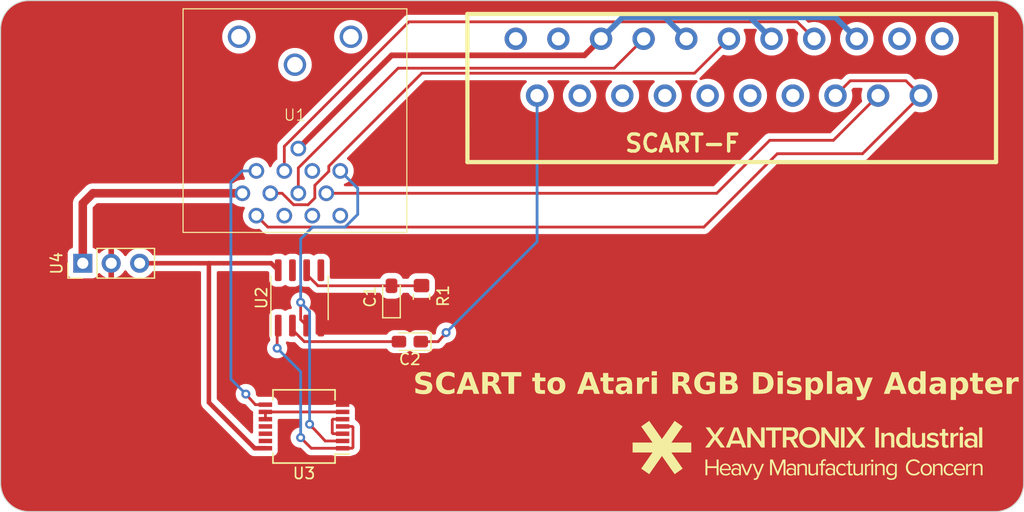
<source format=kicad_pcb>
(kicad_pcb (version 20221018) (generator pcbnew)

  (general
    (thickness 1.6)
  )

  (paper "A4")
  (layers
    (0 "F.Cu" signal)
    (31 "B.Cu" signal)
    (32 "B.Adhes" user "B.Adhesive")
    (33 "F.Adhes" user "F.Adhesive")
    (34 "B.Paste" user)
    (35 "F.Paste" user)
    (36 "B.SilkS" user "B.Silkscreen")
    (37 "F.SilkS" user "F.Silkscreen")
    (38 "B.Mask" user)
    (39 "F.Mask" user)
    (40 "Dwgs.User" user "User.Drawings")
    (41 "Cmts.User" user "User.Comments")
    (42 "Eco1.User" user "User.Eco1")
    (43 "Eco2.User" user "User.Eco2")
    (44 "Edge.Cuts" user)
    (45 "Margin" user)
    (46 "B.CrtYd" user "B.Courtyard")
    (47 "F.CrtYd" user "F.Courtyard")
    (48 "B.Fab" user)
    (49 "F.Fab" user)
    (50 "User.1" user)
    (51 "User.2" user)
    (52 "User.3" user)
    (53 "User.4" user)
    (54 "User.5" user)
    (55 "User.6" user)
    (56 "User.7" user)
    (57 "User.8" user)
    (58 "User.9" user)
  )

  (setup
    (pad_to_mask_clearance 0)
    (pcbplotparams
      (layerselection 0x00010fc_ffffffff)
      (plot_on_all_layers_selection 0x0000000_00000000)
      (disableapertmacros false)
      (usegerberextensions false)
      (usegerberattributes true)
      (usegerberadvancedattributes true)
      (creategerberjobfile true)
      (dashed_line_dash_ratio 12.000000)
      (dashed_line_gap_ratio 3.000000)
      (svgprecision 4)
      (plotframeref false)
      (viasonmask false)
      (mode 1)
      (useauxorigin false)
      (hpglpennumber 1)
      (hpglpenspeed 20)
      (hpglpendiameter 15.000000)
      (dxfpolygonmode true)
      (dxfimperialunits true)
      (dxfusepcbnewfont true)
      (psnegative false)
      (psa4output false)
      (plotreference true)
      (plotvalue true)
      (plotinvisibletext false)
      (sketchpadsonfab false)
      (subtractmaskfromsilk false)
      (outputformat 1)
      (mirror false)
      (drillshape 1)
      (scaleselection 1)
      (outputdirectory "")
    )
  )

  (net 0 "")
  (net 1 "GND")
  (net 2 "Net-(U2-INT)")
  (net 3 "CVBS")
  (net 4 "Net-(U2-VIDEO)")
  (net 5 "unconnected-(J1-P1-Pad1)")
  (net 6 "AUDIO_L")
  (net 7 "unconnected-(J1-P3-Pad3)")
  (net 8 "AUDIO_GND")
  (net 9 "+15V")
  (net 10 "VIDEO_B")
  (net 11 "unconnected-(J1-P8-Pad8)")
  (net 12 "unconnected-(J1-P10-Pad10)")
  (net 13 "VIDEO_G")
  (net 14 "unconnected-(J1-P12-Pad12)")
  (net 15 "unconnected-(J1-P14-Pad14)")
  (net 16 "VIDEO_R")
  (net 17 "unconnected-(J1-P16-Pad16)")
  (net 18 "CVBS_GND")
  (net 19 "unconnected-(J1-P18-Pad18)")
  (net 20 "unconnected-(J1-P19-Pad19)")
  (net 21 "unconnected-(J1-P21-Pad21)")
  (net 22 "unconnected-(U1-Pad2)")
  (net 23 "unconnected-(U1-Pad3)")
  (net 24 "unconnected-(U1-Pad4)")
  (net 25 "HSYNC")
  (net 26 "unconnected-(U1-Pad11)")
  (net 27 "VSYNC")
  (net 28 "Net-(U2-CSYNC)")
  (net 29 "unconnected-(U2-BURST-Pad5)")
  (net 30 "+5V")
  (net 31 "Net-(U3-Pad3)")
  (net 32 "Net-(U3-Pad10)")
  (net 33 "unconnected-(U2-O{slash}E-Pad7)")

  (footprint "Package_SO:SSOP-14_5.3x6.2mm_P0.65mm" (layer "F.Cu") (at 146.5 101.6 180))

  (footprint "Capacitor_Tantalum_SMD:CP_EIA-2012-15_AVX-P_Pad1.30x1.05mm_HandSolder" (layer "F.Cu") (at 155.961476 94.012608 180))

  (footprint "Connector_PinHeader_2.54mm:PinHeader_1x03_P2.54mm_Vertical" (layer "F.Cu") (at 126.73 87 90))

  (footprint "Capacitor_Tantalum_SMD:CP_EIA-2012-15_AVX-P_Pad1.30x1.05mm_HandSolder" (layer "F.Cu") (at 154.318095 89.992608 90))

  (footprint "Resistor_SMD:R_0805_2012Metric_Pad1.20x1.40mm_HandSolder" (layer "F.Cu") (at 157 90 90))

  (footprint "sc1224-scart:SCART" (layer "F.Cu") (at 184.475 74.19964))

  (footprint "Package_SO:SOIC-8_3.9x4.9mm_P1.27mm" (layer "F.Cu") (at 146.1 90.1 90))

  (footprint "sc1224-scart:DIN-13" (layer "F.Cu") (at 145.69 64.24))

  (gr_poly
    (pts
      (xy 188.838051 105.630732)
      (xy 189.278319 104.555466)
      (xy 189.530202 104.555466)
      (xy 189.530202 105.967282)
      (xy 189.354517 105.967282)
      (xy 189.354517 104.792532)
      (xy 188.874035 105.967282)
      (xy 188.802068 105.967282)
      (xy 188.323702 104.792532)
      (xy 188.323702 105.967282)
      (xy 188.148018 105.967282)
      (xy 188.148018 104.555466)
      (xy 188.399901 104.555466)
    )

    (stroke (width 0) (type solid)) (fill solid) (layer "F.SilkS") (tstamp 0378f3d8-89a1-4f7f-bf26-27f03658d852))
  (gr_poly
    (pts
      (xy 204.983237 102.43192)
      (xy 204.973876 102.430022)
      (xy 204.964009 102.428378)
      (xy 204.953636 102.426986)
      (xy 204.942756 102.425848)
      (xy 204.931371 102.424962)
      (xy 204.91948 102.42433)
      (xy 204.907082 102.42395)
      (xy 204.894178 102.423824)
      (xy 204.882931 102.424059)
      (xy 204.871474 102.424755)
      (xy 204.848031 102.427482)
      (xy 204.824059 102.4319)
      (xy 204.799766 102.437908)
      (xy 204.775362 102.445402)
      (xy 204.751057 102.454279)
      (xy 204.72706 102.464438)
      (xy 204.703581 102.475775)
      (xy 204.680829 102.488186)
      (xy 204.659014 102.501571)
      (xy 204.638346 102.515825)
      (xy 204.619034 102.530846)
      (xy 204.601287 102.546531)
      (xy 204.585315 102.562778)
      (xy 204.57806 102.571079)
      (xy 204.571327 102.579483)
      (xy 204.565143 102.587975)
      (xy 204.559534 102.596544)
      (xy 204.559534 103.484433)
      (xy 204.276163 103.484433)
      (xy 204.276163 102.180936)
      (xy 204.559531 102.180936)
      (xy 204.559531 102.372547)
      (xy 204.578432 102.349604)
      (xy 204.598658 102.327396)
      (xy 204.620141 102.306026)
      (xy 204.642813 102.285597)
      (xy 204.666609 102.266212)
      (xy 204.69146 102.247973)
      (xy 204.717299 102.230983)
      (xy 204.744059 102.215345)
      (xy 204.771673 102.201162)
      (xy 204.800074 102.188537)
      (xy 204.829195 102.177572)
      (xy 204.858967 102.16837)
      (xy 204.889325 102.161034)
      (xy 204.920201 102.155667)
      (xy 204.951527 102.152371)
      (xy 204.983237 102.15125)
    )

    (stroke (width 0) (type solid)) (fill solid) (layer "F.SilkS") (tstamp 11791065-51e6-4f12-a9c4-81a16e9f7aa6))
  (gr_poly
    (pts
      (xy 183.44574 102.558761)
      (xy 184.11773 103.484433)
      (xy 183.739905 103.484433)
      (xy 183.235239 102.780059)
      (xy 182.730572 103.484433)
      (xy 182.352748 103.484433)
      (xy 183.027435 102.56146)
      (xy 182.393229 101.684366)
      (xy 182.771054 101.684366)
      (xy 183.235239 102.34556)
      (xy 183.696725 101.684366)
      (xy 184.077248 101.684366)
    )

    (stroke (width 0) (type solid)) (fill solid) (layer "F.SilkS") (tstamp 15ba6a5c-77a2-4ee2-88e4-da2a25269948))
  (gr_poly
    (pts
      (xy 191.160828 104.920799)
      (xy 191.179375 104.922384)
      (xy 191.197322 104.924605)
      (xy 191.214666 104.927463)
      (xy 191.231404 104.93096)
      (xy 191.247536 104.935096)
      (xy 191.263059 104.939872)
      (xy 191.277971 104.945291)
      (xy 191.29227 104.951352)
      (xy 191.305954 104.958058)
      (xy 191.319022 104.965409)
      (xy 191.331472 104.973406)
      (xy 191.3433 104.982051)
      (xy 191.354507 104.991345)
      (xy 191.365089 105.001289)
      (xy 191.375045 105.011883)
      (xy 191.384372 105.023131)
      (xy 191.393069 105.035031)
      (xy 191.401134 105.047587)
      (xy 191.408565 105.060798)
      (xy 191.41536 105.074665)
      (xy 191.421518 105.089192)
      (xy 191.427035 105.104377)
      (xy 191.43191 105.120223)
      (xy 191.436142 105.13673)
      (xy 191.439728 105.1539)
      (xy 191.442666 105.171734)
      (xy 191.444955 105.190233)
      (xy 191.446592 105.209398)
      (xy 191.447576 105.229231)
      (xy 191.447904 105.249732)
      (xy 191.447904 105.967282)
      (xy 191.289153 105.967282)
      (xy 191.289153 105.298416)
      (xy 191.288888 105.281907)
      (xy 191.288097 105.266104)
      (xy 191.28679 105.250997)
      (xy 191.284973 105.236574)
      (xy 191.282656 105.222821)
      (xy 191.279847 105.209728)
      (xy 191.276552 105.197283)
      (xy 191.272782 105.185472)
      (xy 191.268543 105.174285)
      (xy 191.263845 105.163708)
      (xy 191.258694 105.153731)
      (xy 191.2531 105.144342)
      (xy 191.24707 105.135527)
      (xy 191.240612 105.127275)
      (xy 191.233735 105.119575)
      (xy 191.226447 105.112414)
      (xy 191.218756 105.10578)
      (xy 191.21067 105.09966)
      (xy 191.202197 105.094044)
      (xy 191.193345 105.08892)
      (xy 191.184123 105.084274)
      (xy 191.174539 105.080095)
      (xy 191.1646 105.076371)
      (xy 191.154315 105.07309)
      (xy 191.143693 105.07024)
      (xy 191.13274 105.067809)
      (xy 191.109878 105.064156)
      (xy 191.085794 105.062035)
      (xy 191.060553 105.061349)
      (xy 191.048866 105.06157)
      (xy 191.037225 105.062225)
      (xy 191.025641 105.063301)
      (xy 191.014123 105.064784)
      (xy 191.002681 105.066664)
      (xy 190.991325 105.068925)
      (xy 190.980064 105.071557)
      (xy 190.968908 105.074545)
      (xy 190.94695 105.081542)
      (xy 190.925529 105.089812)
      (xy 190.904721 105.099255)
      (xy 190.884605 105.109768)
      (xy 190.865258 105.121248)
      (xy 190.846757 105.133593)
      (xy 190.82918 105.1467)
      (xy 190.812605 105.160469)
      (xy 190.797109 105.174795)
      (xy 190.782769 105.189577)
      (xy 190.769664 105.204712)
      (xy 190.757869 105.220099)
      (xy 190.757869 105.967282)
      (xy 190.59912 105.967282)
      (xy 190.59912 104.944932)
      (xy 190.757869 104.944932)
      (xy 190.757869 105.093099)
      (xy 190.772144 105.077197)
      (xy 190.787925 105.061333)
      (xy 190.805132 105.045641)
      (xy 190.823685 105.03026)
      (xy 190.843503 105.015326)
      (xy 190.864505 105.000974)
      (xy 190.886612 104.987342)
      (xy 190.909741 104.974566)
      (xy 190.933813 104.962781)
      (xy 190.958747 104.952126)
      (xy 190.984462 104.942735)
      (xy 191.010878 104.934746)
      (xy 191.037914 104.928295)
      (xy 191.065489 104.923518)
      (xy 191.093524 104.920551)
      (xy 191.121936 104.919532)
    )

    (stroke (width 0) (type solid)) (fill solid) (layer "F.SilkS") (tstamp 1c45b8db-8572-427c-84dd-c1b3ae256d39))
  (gr_poly
    (pts
      (xy 201.033722 104.532534)
      (xy 201.057012 104.533577)
      (xy 201.079826 104.535296)
      (xy 201.102168 104.537677)
      (xy 201.124042 104.540705)
      (xy 201.145452 104.544364)
      (xy 201.166401 104.548639)
      (xy 201.186893 104.553515)
      (xy 201.206933 104.558977)
      (xy 201.226524 104.56501)
      (xy 201.24567 104.571599)
      (xy 201.264375 104.578729)
      (xy 201.282643 104.586384)
      (xy 201.300477 104.59455)
      (xy 201.317882 104.603211)
      (xy 201.334862 104.612352)
      (xy 201.35142 104.621958)
      (xy 201.36756 104.632014)
      (xy 201.383286 104.642505)
      (xy 201.398601 104.653416)
      (xy 201.428019 104.676436)
      (xy 201.455842 104.700954)
      (xy 201.482103 104.726848)
      (xy 201.506832 104.753999)
      (xy 201.530061 104.782284)
      (xy 201.551819 104.811583)
      (xy 201.403653 104.894133)
      (xy 201.387814 104.872293)
      (xy 201.370502 104.851278)
      (xy 201.351783 104.831169)
      (xy 201.33172 104.812046)
      (xy 201.310381 104.793989)
      (xy 201.287828 104.777079)
      (xy 201.264129 104.761398)
      (xy 201.239348 104.747024)
      (xy 201.213549 104.73404)
      (xy 201.186799 104.722526)
      (xy 201.159161 104.712561)
      (xy 201.130702 104.704228)
      (xy 201.101487 104.697606)
      (xy 201.07158 104.692776)
      (xy 201.041047 104.68982)
      (xy 201.009952 104.688816)
      (xy 200.981779 104.689506)
      (xy 200.954034 104.691561)
      (xy 200.926746 104.694953)
      (xy 200.899948 104.69966)
      (xy 200.873669 104.705654)
      (xy 200.847939 104.712912)
      (xy 200.822791 104.721408)
      (xy 200.798253 104.731116)
      (xy 200.774357 104.742012)
      (xy 200.751134 104.75407)
      (xy 200.728614 104.767266)
      (xy 200.706828 104.781573)
      (xy 200.685805 104.796967)
      (xy 200.665578 104.813423)
      (xy 200.646176 104.830915)
      (xy 200.627631 104.849418)
      (xy 200.609972 104.868907)
      (xy 200.59323 104.889357)
      (xy 200.577437 104.910743)
      (xy 200.562622 104.933039)
      (xy 200.548816 104.95622)
      (xy 200.536051 104.980261)
      (xy 200.524355 105.005137)
      (xy 200.513761 105.030823)
      (xy 200.504299 105.057293)
      (xy 200.495998 105.084522)
      (xy 200.488891 105.112486)
      (xy 200.483008 105.141158)
      (xy 200.478378 105.170514)
      (xy 200.475033 105.200529)
      (xy 200.473004 105.231176)
      (xy 200.472321 105.262432)
      (xy 200.473004 105.293502)
      (xy 200.475033 105.323987)
      (xy 200.478378 105.353862)
      (xy 200.483008 105.383099)
      (xy 200.488891 105.411673)
      (xy 200.495998 105.439556)
      (xy 200.504299 105.466724)
      (xy 200.513761 105.493149)
      (xy 200.524355 105.518805)
      (xy 200.536051 105.543666)
      (xy 200.548816 105.567705)
      (xy 200.562622 105.590896)
      (xy 200.577437 105.613213)
      (xy 200.59323 105.634629)
      (xy 200.609972 105.655118)
      (xy 200.627631 105.674653)
      (xy 200.646176 105.693209)
      (xy 200.665578 105.710759)
      (xy 200.685805 105.727276)
      (xy 200.706828 105.742734)
      (xy 200.728614 105.757107)
      (xy 200.751134 105.770368)
      (xy 200.774357 105.782492)
      (xy 200.798253 105.793451)
      (xy 200.822791 105.80322)
      (xy 200.847939 105.811772)
      (xy 200.873669 105.81908)
      (xy 200.899948 105.825119)
      (xy 200.926746 105.829861)
      (xy 200.954034 105.833281)
      (xy 200.981779 105.835353)
      (xy 201.009952 105.836049)
      (xy 201.025566 105.835803)
      (xy 201.041047 105.835069)
      (xy 201.056388 105.833857)
      (xy 201.07158 105.832175)
      (xy 201.086616 105.830034)
      (xy 201.101487 105.82744)
      (xy 201.116185 105.824404)
      (xy 201.130702 105.820935)
      (xy 201.14503 105.81704)
      (xy 201.159161 105.81273)
      (xy 201.186799 105.802898)
      (xy 201.213549 105.791509)
      (xy 201.239348 105.778635)
      (xy 201.264129 105.764347)
      (xy 201.287828 105.748716)
      (xy 201.310381 105.731814)
      (xy 201.33172 105.713712)
      (xy 201.351783 105.694482)
      (xy 201.370502 105.674194)
      (xy 201.387814 105.652921)
      (xy 201.403653 105.630733)
      (xy 201.553937 105.713282)
      (xy 201.531108 105.74293)
      (xy 201.507036 105.771474)
      (xy 201.481667 105.798803)
      (xy 201.45495 105.824804)
      (xy 201.426831 105.849367)
      (xy 201.397258 105.87238)
      (xy 201.366179 105.89373)
      (xy 201.333539 105.913307)
      (xy 201.299288 105.930999)
      (xy 201.263371 105.946694)
      (xy 201.225736 105.960281)
      (xy 201.186331 105.971648)
      (xy 201.145103 105.980683)
      (xy 201.101999 105.987275)
      (xy 201.056966 105.991312)
      (xy 201.009952 105.992682)
      (xy 201.009952 105.992683)
      (xy 200.972691 105.99182)
      (xy 200.935944 105.989249)
      (xy 200.899756 105.985)
      (xy 200.864171 105.979102)
      (xy 200.829233 105.971584)
      (xy 200.794984 105.962475)
      (xy 200.76147 105.951805)
      (xy 200.728734 105.939601)
      (xy 200.696819 105.925893)
      (xy 200.66577 105.910711)
      (xy 200.63563 105.894083)
      (xy 200.606443 105.876039)
      (xy 200.578253 105.856607)
      (xy 200.551103 105.835817)
      (xy 200.525038 105.813697)
      (xy 200.500101 105.790277)
      (xy 200.476336 105.765585)
      (xy 200.453787 105.739652)
      (xy 200.432498 105.712505)
      (xy 200.412512 105.684175)
      (xy 200.393873 105.654689)
      (xy 200.376625 105.624078)
      (xy 200.360812 105.592369)
      (xy 200.346478 105.559593)
      (xy 200.333665 105.525778)
      (xy 200.32242 105.490954)
      (xy 200.312784 105.455149)
      (xy 200.304802 105.418393)
      (xy 200.298517 105.380714)
      (xy 200.293974 105.342141)
      (xy 200.291216 105.302705)
      (xy 200.290287 105.262433)
      (xy 200.291216 105.222161)
      (xy 200.293974 105.182725)
      (xy 200.298517 105.144152)
      (xy 200.304801 105.106473)
      (xy 200.312784 105.069717)
      (xy 200.322419 105.033912)
      (xy 200.333665 104.999088)
      (xy 200.346477 104.965273)
      (xy 200.360811 104.932497)
      (xy 200.376624 104.900788)
      (xy 200.393872 104.870177)
      (xy 200.412511 104.840691)
      (xy 200.432497 104.812361)
      (xy 200.453786 104.785214)
      (xy 200.476335 104.75928)
      (xy 200.5001 104.734589)
      (xy 200.525037 104.711169)
      (xy 200.551102 104.689049)
      (xy 200.578251 104.668259)
      (xy 200.606442 104.648827)
      (xy 200.635628 104.630782)
      (xy 200.665769 104.614155)
      (xy 200.696818 104.598972)
      (xy 200.728733 104.585265)
      (xy 200.761469 104.573061)
      (xy 200.794983 104.56239)
      (xy 200.829232 104.553281)
      (xy 200.86417 104.545764)
      (xy 200.899756 104.539866)
      (xy 200.935944 104.535617)
      (xy 200.97269 104.533046)
      (xy 201.009952 104.532183)
    )

    (stroke (width 0) (type solid)) (fill solid) (layer "F.SilkS") (tstamp 210fe200-419b-445a-ab85-b69345f8354b))
  (gr_poly
    (pts
      (xy 205.390168 103.484433)
      (xy 205.1068 103.484433)
      (xy 205.1068 102.180936)
      (xy 205.390168 102.180936)
    )

    (stroke (width 0) (type solid)) (fill solid) (layer "F.SilkS") (tstamp 2f88cdb6-5dfe-428e-aed2-ff3165081391))
  (gr_poly
    (pts
      (xy 207.116678 103.484433)
      (xy 206.83331 103.484433)
      (xy 206.83331 101.684366)
      (xy 207.116678 101.684366)
    )

    (stroke (width 0) (type solid)) (fill solid) (layer "F.SilkS") (tstamp 31135c56-27c4-44ce-97c8-a23bd17d4a66))
  (gr_poly
    (pts
      (xy 197.285912 104.559834)
      (xy 197.291367 104.560236)
      (xy 197.296747 104.560899)
      (xy 197.302043 104.561815)
      (xy 197.307249 104.56298)
      (xy 197.312358 104.564387)
      (xy 197.317364 104.566029)
      (xy 197.322259 104.567901)
      (xy 197.327035 104.569996)
      (xy 197.331687 104.572308)
      (xy 197.336208 104.574831)
      (xy 197.340589 104.577558)
      (xy 197.344825 104.580484)
      (xy 197.348908 104.583602)
      (xy 197.352831 104.586906)
      (xy 197.356588 104.59039)
      (xy 197.360171 104.594048)
      (xy 197.363574 104.597873)
      (xy 197.366789 104.60186)
      (xy 197.369809 104.606001)
      (xy 197.372628 104.610291)
      (xy 197.375238 104.614724)
      (xy 197.377633 104.619293)
      (xy 197.379805 104.623993)
      (xy 197.381748 104.628816)
      (xy 197.383455 104.633757)
      (xy 197.384918 104.63881)
      (xy 197.386131 104.643969)
      (xy 197.387086 104.649226)
      (xy 197.387777 104.654577)
      (xy 197.388197 104.660014)
      (xy 197.388338 104.665532)
      (xy 197.388197 104.671056)
      (xy 197.387777 104.676511)
      (xy 197.387086 104.681891)
      (xy 197.386131 104.687187)
      (xy 197.384918 104.692393)
      (xy 197.383455 104.697502)
      (xy 197.381748 104.702508)
      (xy 197.379805 104.707403)
      (xy 197.377633 104.712179)
      (xy 197.375238 104.716831)
      (xy 197.372628 104.721352)
      (xy 197.369809 104.725733)
      (xy 197.366789 104.729969)
      (xy 197.363574 104.734052)
      (xy 197.360171 104.737976)
      (xy 197.356588 104.741732)
      (xy 197.352831 104.745315)
      (xy 197.348908 104.748718)
      (xy 197.344825 104.751933)
      (xy 197.340589 104.754953)
      (xy 197.336208 104.757772)
      (xy 197.331687 104.760382)
      (xy 197.327035 104.762777)
      (xy 197.322259 104.76495)
      (xy 197.317364 104.766892)
      (xy 197.312358 104.768599)
      (xy 197.307249 104.770062)
      (xy 197.302043 104.771275)
      (xy 197.296747 104.77223)
      (xy 197.291367 104.772921)
      (xy 197.285912 104.773341)
      (xy 197.280388 104.773482)
      (xy 197.275057 104.773341)
      (xy 197.269782 104.772921)
      (xy 197.264571 104.77223)
      (xy 197.259432 104.771275)
      (xy 197.254373 104.770062)
      (xy 197.249399 104.768599)
      (xy 197.24452 104.766892)
      (xy 197.239742 104.76495)
      (xy 197.235072 104.762777)
      (xy 197.230518 104.760382)
      (xy 197.226087 104.757772)
      (xy 197.221787 104.754953)
      (xy 197.217625 104.751933)
      (xy 197.213608 104.748718)
      (xy 197.209744 104.745315)
      (xy 197.20604 104.741732)
      (xy 197.202504 104.737976)
      (xy 197.199142 104.734052)
      (xy 197.195962 104.729969)
      (xy 197.192972 104.725733)
      (xy 197.190179 104.721352)
      (xy 197.18759 104.716831)
      (xy 197.185213 104.712179)
      (xy 197.183055 104.707403)
      (xy 197.181123 104.702508)
      (xy 197.179424 104.697502)
      (xy 197.177967 104.692393)
      (xy 197.176758 104.687187)
      (xy 197.175805 104.681891)
      (xy 197.175116 104.676511)
      (xy 197.174696 104.671056)
      (xy 197.174555 104.665532)
      (xy 197.174696 104.660014)
      (xy 197.175116 104.654577)
      (xy 197.175805 104.649226)
      (xy 197.176758 104.643969)
      (xy 197.177967 104.63881)
      (xy 197.179424 104.633757)
      (xy 197.181123 104.628816)
      (xy 197.183055 104.623993)
      (xy 197.185213 104.619293)
      (xy 197.18759 104.614724)
      (xy 197.190179 104.610291)
      (xy 197.192972 104.606001)
      (xy 197.195962 104.60186)
      (xy 197.199142 104.597873)
      (xy 197.202504 104.594048)
      (xy 197.20604 104.59039)
      (xy 197.209744 104.586906)
      (xy 197.213608 104.583602)
      (xy 197.217625 104.580484)
      (xy 197.221787 104.577558)
      (xy 197.226087 104.574831)
      (xy 197.230518 104.572308)
      (xy 197.235072 104.569996)
      (xy 197.239742 104.567901)
      (xy 197.24452 104.566029)
      (xy 197.249399 104.564387)
      (xy 197.254373 104.56298)
      (xy 197.259432 104.561815)
      (xy 197.264571 104.560899)
      (xy 197.269782 104.560236)
      (xy 197.275057 104.559834)
      (xy 197.280388 104.559699)
    )

    (stroke (width 0) (type solid)) (fill solid) (layer "F.SilkS") (tstamp 3275e35f-bc01-4c7a-b95d-b311fa6e00b2))
  (gr_poly
    (pts
      (xy 191.718215 101.655827)
      (xy 191.76737 101.659236)
      (xy 191.81551 101.664862)
      (xy 191.862597 101.672659)
      (xy 191.908588 101.682581)
      (xy 191.953444 101.694582)
      (xy 191.997123 101.708616)
      (xy 192.039586 101.724636)
      (xy 192.080792 101.742598)
      (xy 192.1207 101.762455)
      (xy 192.15927 101.784161)
      (xy 192.196461 101.80767)
      (xy 192.232233 101.832937)
      (xy 192.266546 101.859915)
      (xy 192.299358 101.888558)
      (xy 192.330629 101.91882)
      (xy 192.360319 101.950656)
      (xy 192.388387 101.984019)
      (xy 192.414793 102.018864)
      (xy 192.439496 102.055144)
      (xy 192.462456 102.092813)
      (xy 192.483631 102.131827)
      (xy 192.502983 102.172138)
      (xy 192.520469 102.213701)
      (xy 192.53605 102.256469)
      (xy 192.549685 102.300397)
      (xy 192.561333 102.345439)
      (xy 192.570955 102.391549)
      (xy 192.578509 102.438681)
      (xy 192.583954 102.486789)
      (xy 192.587251 102.535827)
      (xy 192.58836 102.585749)
      (xy 192.587251 102.63567)
      (xy 192.583954 102.684708)
      (xy 192.578509 102.732816)
      (xy 192.570955 102.779948)
      (xy 192.561333 102.826058)
      (xy 192.549685 102.8711)
      (xy 192.53605 102.915028)
      (xy 192.520469 102.957797)
      (xy 192.502983 102.999359)
      (xy 192.483632 103.03967)
      (xy 192.462456 103.078684)
      (xy 192.439497 103.116353)
      (xy 192.414794 103.152634)
      (xy 192.388388 103.187478)
      (xy 192.36032 103.220841)
      (xy 192.33063 103.252677)
      (xy 192.299358 103.28294)
      (xy 192.266546 103.311583)
      (xy 192.232234 103.33856)
      (xy 192.196462 103.363827)
      (xy 192.159271 103.387336)
      (xy 192.120701 103.409042)
      (xy 192.080792 103.428899)
      (xy 192.039587 103.446861)
      (xy 191.997124 103.462881)
      (xy 191.953444 103.476915)
      (xy 191.908588 103.488916)
      (xy 191.862597 103.498838)
      (xy 191.815511 103.506635)
      (xy 191.76737 103.512261)
      (xy 191.718215 103.515671)
      (xy 191.668087 103.516817)
      (xy 191.617958 103.515671)
      (xy 191.568804 103.512261)
      (xy 191.520663 103.506635)
      (xy 191.473577 103.498838)
      (xy 191.427585 103.488916)
      (xy 191.38273 103.476915)
      (xy 191.33905 103.462881)
      (xy 191.296587 103.446861)
      (xy 191.255382 103.428899)
      (xy 191.215473 103.409042)
      (xy 191.176903 103.387336)
      (xy 191.139712 103.363827)
      (xy 191.10394 103.33856)
      (xy 191.069628 103.311583)
      (xy 191.036816 103.28294)
      (xy 191.005544 103.252677)
      (xy 190.975854 103.220841)
      (xy 190.947786 103.187478)
      (xy 190.92138 103.152634)
      (xy 190.896677 103.116353)
      (xy 190.873718 103.078684)
      (xy 190.852542 103.03967)
      (xy 190.833191 102.999359)
      (xy 190.815704 102.957797)
      (xy 190.800123 102.915028)
      (xy 190.786488 102.8711)
      (xy 190.77484 102.826058)
      (xy 190.765219 102.779948)
      (xy 190.757665 102.732816)
      (xy 190.752219 102.684708)
      (xy 190.748922 102.63567)
      (xy 190.747814 102.585749)
      (xy 191.071663 102.585749)
      (xy 191.07234 102.620144)
      (xy 191.074359 102.653982)
      (xy 191.077701 102.687229)
      (xy 191.082348 102.719848)
      (xy 191.088281 102.751805)
      (xy 191.095484 102.783065)
      (xy 191.103936 102.813593)
      (xy 191.11362 102.843353)
      (xy 191.124518 102.87231)
      (xy 191.136612 102.90043)
      (xy 191.149882 102.927678)
      (xy 191.164312 102.954017)
      (xy 191.179881 102.979414)
      (xy 191.196573 103.003833)
      (xy 191.214369 103.027238)
      (xy 191.233251 103.049596)
      (xy 191.2532 103.070871)
      (xy 191.274198 103.091027)
      (xy 191.296227 103.11003)
      (xy 191.319268 103.127844)
      (xy 191.343304 103.144435)
      (xy 191.368315 103.159767)
      (xy 191.394285 103.173806)
      (xy 191.421193 103.186516)
      (xy 191.449023 103.197861)
      (xy 191.477756 103.207808)
      (xy 191.507373 103.216321)
      (xy 191.537856 103.223365)
      (xy 191.569188 103.228905)
      (xy 191.601349 103.232905)
      (xy 191.634321 103.235331)
      (xy 191.668087 103.236147)
      (xy 191.701615 103.235331)
      (xy 191.73438 103.232905)
      (xy 191.766362 103.228905)
      (xy 191.797542 103.223365)
      (xy 191.8279 103.216321)
      (xy 191.857415 103.207808)
      (xy 191.886069 103.197861)
      (xy 191.913841 103.186516)
      (xy 191.940712 103.173806)
      (xy 191.966662 103.159767)
      (xy 191.991671 103.144435)
      (xy 192.015719 103.127844)
      (xy 192.038787 103.11003)
      (xy 192.060854 103.091027)
      (xy 192.081902 103.070871)
      (xy 192.10191 103.049596)
      (xy 192.120859 103.027238)
      (xy 192.138728 103.003833)
      (xy 192.155499 102.979414)
      (xy 192.17115 102.954017)
      (xy 192.185663 102.927678)
      (xy 192.199018 102.90043)
      (xy 192.211195 102.87231)
      (xy 192.222173 102.843353)
      (xy 192.231935 102.813593)
      (xy 192.240458 102.783065)
      (xy 192.247725 102.751805)
      (xy 192.253715 102.719848)
      (xy 192.258408 102.687229)
      (xy 192.261785 102.653982)
      (xy 192.263825 102.620144)
      (xy 192.26451 102.585749)
      (xy 192.263825 102.551116)
      (xy 192.261785 102.51707)
      (xy 192.258408 102.483645)
      (xy 192.253715 102.450874)
      (xy 192.247725 102.418791)
      (xy 192.240459 102.38743)
      (xy 192.231935 102.356824)
      (xy 192.222174 102.327006)
      (xy 192.211195 102.29801)
      (xy 192.199018 102.269871)
      (xy 192.185663 102.242621)
      (xy 192.17115 102.216294)
      (xy 192.155499 102.190924)
      (xy 192.138729 102.166544)
      (xy 192.120859 102.143187)
      (xy 192.101911 102.120889)
      (xy 192.081903 102.099681)
      (xy 192.060855 102.079598)
      (xy 192.038787 102.060674)
      (xy 192.01572 102.042941)
      (xy 191.991671 102.026434)
      (xy 191.966663 102.011186)
      (xy 191.940713 101.997231)
      (xy 191.913842 101.984602)
      (xy 191.88607 101.973333)
      (xy 191.857416 101.963457)
      (xy 191.8279 101.955009)
      (xy 191.797543 101.948021)
      (xy 191.766363 101.942528)
      (xy 191.73438 101.938562)
      (xy 191.701615 101.936159)
      (xy 191.668087 101.93535)
      (xy 191.634321 101.936159)
      (xy 191.601349 101.938562)
      (xy 191.569188 101.942528)
      (xy 191.537856 101.948021)
      (xy 191.507373 101.955009)
      (xy 191.477756 101.963457)
      (xy 191.449023 101.973333)
      (xy 191.421193 101.984602)
      (xy 191.394285 101.997231)
      (xy 191.368315 102.011186)
      (xy 191.343304 102.026434)
      (xy 191.319268 102.042941)
      (xy 191.296227 102.060674)
      (xy 191.274198 102.079598)
      (xy 191.2532 102.099681)
      (xy 191.233251 102.120889)
      (xy 191.214369 102.143187)
      (xy 191.196573 102.166544)
      (xy 191.179881 102.190924)
      (xy 191.164312 102.216294)
      (xy 191.149882 102.242621)
      (xy 191.136612 102.269871)
      (xy 191.124518 102.29801)
      (xy 191.11362 102.327006)
      (xy 191.103936 102.356824)
      (xy 191.095484 102.38743)
      (xy 191.088281 102.418791)
      (xy 191.082348 102.450874)
      (xy 191.077701 102.483645)
      (xy 191.074359 102.51707)
      (xy 191.07234 102.551116)
      (xy 191.071663 102.585749)
      (xy 190.747814 102.585749)
      (xy 190.748922 102.535827)
      (xy 190.752219 102.486789)
      (xy 190.757665 102.438681)
      (xy 190.765219 102.391549)
      (xy 190.77484 102.345439)
      (xy 190.786488 102.300397)
      (xy 190.800123 102.256469)
      (xy 190.815704 102.213701)
      (xy 190.83319 102.172138)
      (xy 190.852542 102.131827)
      (xy 190.873717 102.092814)
      (xy 190.896677 102.055144)
      (xy 190.92138 102.018864)
      (xy 190.947786 101.984019)
      (xy 190.975854 101.950656)
      (xy 191.005544 101.91882)
      (xy 191.036815 101.888558)
      (xy 191.069627 101.859915)
      (xy 191.103939 101.832937)
      (xy 191.139711 101.807671)
      (xy 191.176903 101.784161)
      (xy 191.215473 101.762455)
      (xy 191.255381 101.742598)
      (xy 191.296587 101.724637)
      (xy 191.33905 101.708616)
      (xy 191.382729 101.694582)
      (xy 191.427585 101.682581)
      (xy 191.473576 101.672659)
      (xy 191.520663 101.664862)
      (xy 191.568803 101.659236)
      (xy 191.617958 101.655827)
      (xy 191.668087 101.65468)
    )

    (stroke (width 0) (type solid)) (fill solid) (layer "F.SilkS") (tstamp 35689f5c-b678-4dfc-a1d4-0516da779944))
  (gr_poly
    (pts
      (xy 186.153063 105.967282)
      (xy 185.979496 105.967282)
      (xy 185.554046 104.944932)
      (xy 185.725496 104.944932)
      (xy 186.066279 105.783132)
      (xy 186.404946 104.944932)
      (xy 186.578512 104.944932)
    )

    (stroke (width 0) (type solid)) (fill solid) (layer "F.SilkS") (tstamp 36526ae1-604f-4d4b-b000-7580059c5ad4))
  (gr_poly
    (pts
      (xy 181.093701 103.920995)
      (xy 175.881409 103.920995)
      (xy 175.881409 103.04787)
      (xy 181.093701 103.04787)
    )

    (stroke (width 0.026499) (type solid)) (fill solid) (layer "F.SilkS") (tstamp 3a45fb32-622a-4b89-86b0-a69635873843))
  (gr_poly
    (pts
      (xy 186.018758 103.484433)
      (xy 185.673317 103.484433)
      (xy 185.541079 103.138992)
      (xy 184.688274 103.138992)
      (xy 184.556036 103.484433)
      (xy 184.210596 103.484433)
      (xy 184.455474 102.861021)
      (xy 184.777333 102.861021)
      (xy 185.452021 102.861021)
      (xy 185.114677 101.951543)
      (xy 184.777333 102.861021)
      (xy 184.455474 102.861021)
      (xy 184.917669 101.684366)
      (xy 185.311686 101.684366)
    )

    (stroke (width 0) (type solid)) (fill solid) (layer "F.SilkS") (tstamp 3bc7adfd-8f62-4722-a9ed-b6758647da34))
  (gr_poly
    (pts
      (xy 204.19373 104.919753)
      (xy 204.210533 104.920412)
      (xy 204.226905 104.921499)
      (xy 204.242855 104.923004)
      (xy 204.258391 104.924919)
      (xy 204.273521 104.927233)
      (xy 204.288254 104.929939)
      (xy 204.302597 104.933025)
      (xy 204.316559 104.936484)
      (xy 204.330148 104.940305)
      (xy 204.343371 104.94448)
      (xy 204.356238 104.949)
      (xy 204.368755 104.953853)
      (xy 204.380932 104.959033)
      (xy 204.392777 104.964529)
      (xy 204.404297 104.970332)
      (xy 204.415501 104.976432)
      (xy 204.426397 104.982821)
      (xy 204.436992 104.989489)
      (xy 204.447296 104.996426)
      (xy 204.467061 105.011073)
      (xy 204.485756 105.026688)
      (xy 204.503447 105.043195)
      (xy 204.520198 105.060521)
      (xy 204.536074 105.078592)
      (xy 204.551142 105.097332)
      (xy 204.445307 105.194698)
      (xy 204.432384 105.177853)
      (xy 204.419015 105.162229)
      (xy 204.405199 105.147808)
      (xy 204.390936 105.134572)
      (xy 204.376227 105.122501)
      (xy 204.361071 105.111578)
      (xy 204.345469 105.101783)
      (xy 204.329421 105.093098)
      (xy 204.312925 105.085505)
      (xy 204.295984 105.078984)
      (xy 204.278596 105.073518)
      (xy 204.260761 105.069087)
      (xy 204.24248 105.065674)
      (xy 204.223752 105.063258)
      (xy 204.204579 105.061823)
      (xy 204.184958 105.061348)
      (xy 204.164763 105.061835)
      (xy 204.14506 105.063281)
      (xy 204.125861 105.065668)
      (xy 204.107175 105.068976)
      (xy 204.089011 105.073184)
      (xy 204.071379 105.078273)
      (xy 204.054289 105.084223)
      (xy 204.037751 105.091015)
      (xy 204.021773 105.098628)
      (xy 204.006367 105.107043)
      (xy 203.991541 105.11624)
      (xy 203.977306 105.1262)
      (xy 203.96367 105.136902)
      (xy 203.950645 105.148327)
      (xy 203.938238 105.160456)
      (xy 203.926461 105.173267)
      (xy 203.915322 105.186742)
      (xy 203.904832 105.200861)
      (xy 203.895 105.215603)
      (xy 203.885835 105.23095)
      (xy 203.877348 105.246882)
      (xy 203.869548 105.263378)
      (xy 203.862445 105.280419)
      (xy 203.856049 105.297985)
      (xy 203.850369 105.316057)
      (xy 203.845415 105.334614)
      (xy 203.841196 105.353637)
      (xy 203.837723 105.373106)
      (xy 203.835004 105.393002)
      (xy 203.833051 105.413304)
      (xy 203.831872 105.433992)
      (xy 203.831476 105.455048)
      (xy 203.831872 105.47611)
      (xy 203.833051 105.496817)
      (xy 203.835004 105.517148)
      (xy 203.837723 105.537082)
      (xy 203.841196 105.556599)
      (xy 203.845415 105.575678)
      (xy 203.850369 105.5943)
      (xy 203.856049 105.612443)
      (xy 203.862445 105.630086)
      (xy 203.869548 105.64721)
      (xy 203.877348 105.663794)
      (xy 203.885835 105.679816)
      (xy 203.895 105.695258)
      (xy 203.904832 105.710097)
      (xy 203.915322 105.724314)
      (xy 203.926461 105.737888)
      (xy 203.938238 105.750799)
      (xy 203.950645 105.763025)
      (xy 203.96367 105.774547)
      (xy 203.977306 105.785344)
      (xy 203.991541 105.795395)
      (xy 204.006367 105.804679)
      (xy 204.021773 105.813177)
      (xy 204.037751 105.820868)
      (xy 204.054289 105.827731)
      (xy 204.071379 105.833745)
      (xy 204.089011 105.838891)
      (xy 204.107175 105.843147)
      (xy 204.125861 105.846493)
      (xy 204.14506 105.848908)
      (xy 204.164763 105.850372)
      (xy 204.184958 105.850865)
      (xy 204.204579 105.850367)
      (xy 204.223752 105.848868)
      (xy 204.24248 105.846358)
      (xy 204.260761 105.842828)
      (xy 204.278595 105.838269)
      (xy 204.295983 105.832671)
      (xy 204.312924 105.826025)
      (xy 204.329419 105.818322)
      (xy 204.345468 105.809552)
      (xy 204.36107 105.799706)
      (xy 204.376226 105.788775)
      (xy 204.390935 105.776749)
      (xy 204.405198 105.76362)
      (xy 204.419014 105.749377)
      (xy 204.432384 105.734012)
      (xy 204.445307 105.717515)
      (xy 204.551142 105.814882)
      (xy 204.536074 105.833622)
      (xy 204.520197 105.851692)
      (xy 204.503446 105.869018)
      (xy 204.485755 105.885525)
      (xy 204.46706 105.90114)
      (xy 204.447295 105.915787)
      (xy 204.426395 105.929393)
      (xy 204.404296 105.941882)
      (xy 204.380931 105.95318)
      (xy 204.356237 105.963214)
      (xy 204.330147 105.971908)
      (xy 204.302597 105.979188)
      (xy 204.273521 105.98498)
      (xy 204.242855 105.989209)
      (xy 204.210533 105.991801)
      (xy 204.17649 105.992682)
      (xy 204.148209 105.992005)
      (xy 204.120531 105.989993)
      (xy 204.093475 105.986675)
      (xy 204.06706 105.982082)
      (xy 204.041305 105.976242)
      (xy 204.01623 105.969186)
      (xy 203.991854 105.960941)
      (xy 203.968196 105.951539)
      (xy 203.945277 105.941008)
      (xy 203.923115 105.929378)
      (xy 203.901729 105.916678)
      (xy 203.88114 105.902938)
      (xy 203.861366 105.888188)
      (xy 203.842427 105.872456)
      (xy 203.824342 105.855772)
      (xy 203.807131 105.838165)
      (xy 203.790813 105.819666)
      (xy 203.775407 105.800303)
      (xy 203.760933 105.780106)
      (xy 203.74741 105.759104)
      (xy 203.734857 105.737328)
      (xy 203.723295 105.714805)
      (xy 203.712741 105.691567)
      (xy 203.703216 105.667641)
      (xy 203.694739 105.643059)
      (xy 203.68733 105.617848)
      (xy 203.681007 105.592039)
      (xy 203.675791 105.565661)
      (xy 203.6717 105.538744)
      (xy 203.668753 105.511316)
      (xy 203.666971 105.483408)
      (xy 203.666373 105.455049)
      (xy 203.666373 105.455048)
      (xy 203.666971 105.426881)
      (xy 203.668753 105.399154)
      (xy 203.6717 105.371895)
      (xy 203.675791 105.345135)
      (xy 203.681007 105.318903)
      (xy 203.68733 105.29323)
      (xy 203.694739 105.268146)
      (xy 203.703216 105.243679)
      (xy 203.712741 105.219861)
      (xy 203.723295 105.19672)
      (xy 203.734857 105.174288)
      (xy 203.74741 105.152592)
      (xy 203.760933 105.131664)
      (xy 203.775407 105.111534)
      (xy 203.790813 105.09223)
      (xy 203.807131 105.073784)
      (xy 203.824342 105.056224)
      (xy 203.842427 105.039581)
      (xy 203.861366 105.023884)
      (xy 203.88114 105.009163)
      (xy 203.901729 104.995449)
      (xy 203.923115 104.982771)
      (xy 203.945277 104.971158)
      (xy 203.968196 104.960641)
      (xy 203.991854 104.95125)
      (xy 204.01623 104.943014)
      (xy 204.041305 104.935963)
      (xy 204.06706 104.930127)
      (xy 204.093475 104.925536)
      (xy 204.120531 104.92222)
      (xy 204.148209 104.920209)
      (xy 204.17649 104.919532)
    )

    (stroke (width 0) (type solid)) (fill solid) (layer "F.SilkS") (tstamp 3d32d237-5f48-4b68-98f2-ef70d63da2f0))
  (gr_poly
    (pts
      (xy 205.114195 104.920233)
      (xy 205.142039 104.922317)
      (xy 205.169119 104.92575)
      (xy 205.195424 104.9305)
      (xy 205.220945 104.936535)
      (xy 205.245672 104.943823)
      (xy 205.269593 104.952333)
      (xy 205.292701 104.962031)
      (xy 205.314983 104.972885)
      (xy 205.336431 104.984864)
      (xy 205.357033 104.997935)
      (xy 205.376781 105.012066)
      (xy 205.395663 105.027225)
      (xy 205.413671 105.043379)
      (xy 205.430793 105.060497)
      (xy 205.44702 105.078546)
      (xy 205.462342 105.097495)
      (xy 205.476748 105.11731)
      (xy 205.490228 105.137961)
      (xy 205.502773 105.159414)
      (xy 205.514372 105.181637)
      (xy 205.525016 105.204599)
      (xy 205.534693 105.228267)
      (xy 205.543395 105.252609)
      (xy 205.551111 105.277593)
      (xy 205.557831 105.303186)
      (xy 205.563544 105.329357)
      (xy 205.568241 105.356074)
      (xy 205.574547 105.411013)
      (xy 205.576667 105.467749)
      (xy 205.576667 105.507965)
      (xy 204.749048 105.507965)
      (xy 204.750598 105.525926)
      (xy 204.752859 105.543677)
      (xy 204.755826 105.561195)
      (xy 204.759492 105.578456)
      (xy 204.763848 105.595436)
      (xy 204.76889 105.612113)
      (xy 204.774608 105.628461)
      (xy 204.780998 105.644457)
      (xy 204.78805 105.660079)
      (xy 204.79576 105.675301)
      (xy 204.804119 105.690102)
      (xy 204.81312 105.704456)
      (xy 204.822757 105.71834)
      (xy 204.833023 105.731731)
      (xy 204.84391 105.744605)
      (xy 204.855412 105.756938)
      (xy 204.867522 105.768707)
      (xy 204.880233 105.779888)
      (xy 204.893537 105.790458)
      (xy 204.907428 105.800392)
      (xy 204.921899 105.809667)
      (xy 204.936942 105.81826)
      (xy 204.952552 105.826147)
      (xy 204.96872 105.833304)
      (xy 204.985441 105.839707)
      (xy 205.002706 105.845334)
      (xy 205.020509 105.850159)
      (xy 205.038843 105.85416)
      (xy 205.057701 105.857314)
      (xy 205.077076 105.859595)
      (xy 205.096961 105.860982)
      (xy 205.11735 105.861449)
      (xy 205.139193 105.860906)
      (xy 205.161026 105.859287)
      (xy 205.182792 105.856607)
      (xy 205.20443 105.852883)
      (xy 205.225882 105.848129)
      (xy 205.24709 105.842362)
      (xy 205.267993 105.835596)
      (xy 205.288534 105.827847)
      (xy 205.308653 105.81913)
      (xy 205.328292 105.809462)
      (xy 205.347391 105.798858)
      (xy 205.365892 105.787332)
      (xy 205.383736 105.774902)
      (xy 205.400863 105.761581)
      (xy 205.417215 105.747386)
      (xy 205.432734 105.732332)
      (xy 205.508933 105.836048)
      (xy 205.489463 105.854551)
      (xy 205.469159 105.871949)
      (xy 205.44803 105.888231)
      (xy 205.426085 105.903385)
      (xy 205.403335 105.917398)
      (xy 205.379787 105.930257)
      (xy 205.355452 105.94195)
      (xy 205.330339 105.952465)
      (xy 205.304457 105.96179)
      (xy 205.277815 105.969911)
      (xy 205.250423 105.976817)
      (xy 205.22229 105.982495)
      (xy 205.193425 105.986933)
      (xy 205.163838 105.990119)
      (xy 205.133537 105.992039)
      (xy 205.102533 105.992682)
      (xy 205.074409 105.992047)
      (xy 205.046805 105.990155)
      (xy 205.019745 105.987029)
      (xy 204.993256 105.98269)
      (xy 204.96736 105.977158)
      (xy 204.942082 105.970455)
      (xy 204.917447 105.962603)
      (xy 204.893479 105.953623)
      (xy 204.870202 105.943535)
      (xy 204.847641 105.932363)
      (xy 204.82582 105.920125)
      (xy 204.804765 105.906845)
      (xy 204.784498 105.892543)
      (xy 204.765045 105.877241)
      (xy 204.746429 105.86096)
      (xy 204.728676 105.843721)
      (xy 204.71181 105.825546)
      (xy 204.695855 105.806456)
      (xy 204.680836 105.786472)
      (xy 204.666776 105.765616)
      (xy 204.653702 105.743908)
      (xy 204.641635 105.721371)
      (xy 204.630603 105.698025)
      (xy 204.620628 105.673892)
      (xy 204.611735 105.648993)
      (xy 204.603948 105.62335)
      (xy 204.597293 105.596983)
      (xy 204.591792 105.569915)
      (xy 204.587472 105.542166)
      (xy 204.584356 105.513758)
      (xy 204.582468 105.484712)
      (xy 204.581833 105.455049)
      (xy 204.58183 105.455049)
      (xy 204.582446 105.42744)
      (xy 204.584279 105.4002)
      (xy 204.585254 105.391549)
      (xy 204.749048 105.391549)
      (xy 205.420032 105.391549)
      (xy 205.418462 105.362607)
      (xy 205.414513 105.33315)
      (xy 205.408139 105.303508)
      (xy 205.399295 105.274008)
      (xy 205.387933 105.244979)
      (xy 205.381293 105.230744)
      (xy 205.374006 105.21675)
      (xy 205.366067 105.203038)
      (xy 205.357469 105.18965)
      (xy 205.348207 105.176626)
      (xy 205.338275 105.164007)
      (xy 205.327667 105.151835)
      (xy 205.316377 105.14015)
      (xy 205.3044 105.128994)
      (xy 205.291729 105.118408)
      (xy 205.278359 105.108432)
      (xy 205.264284 105.099109)
      (xy 205.249499 105.090478)
      (xy 205.233996 105.082582)
      (xy 205.217772 105.07546)
      (xy 205.200818 105.069155)
      (xy 205.183131 105.063707)
      (xy 205.164704 105.059158)
      (xy 205.145532 105.055548)
      (xy 205.125607 105.052918)
      (xy 205.104926 105.051311)
      (xy 205.083481 105.050766)
      (xy 205.063365 105.051299)
      (xy 205.043891 105.052872)
      (xy 205.025058 105.055447)
      (xy 205.006864 105.058984)
      (xy 204.989308 105.063446)
      (xy 204.972386 105.068792)
      (xy 204.956098 105.074986)
      (xy 204.940442 105.081986)
      (xy 204.925414 105.089756)
      (xy 204.911015 105.098256)
      (xy 204.89724 105.107448)
      (xy 204.88409 105.117292)
      (xy 204.871561 105.12775)
      (xy 204.859651 105.138783)
      (xy 204.84836 105.150353)
      (xy 204.837684 105.16242)
      (xy 204.827622 105.174946)
      (xy 204.818172 105.187892)
      (xy 204.809333 105.20122)
      (xy 204.801101 105.21489)
      (xy 204.786454 105.243103)
      (xy 204.774217 105.272222)
      (xy 204.764373 105.301936)
      (xy 204.756907 105.331935)
      (xy 204.751804 105.361909)
      (xy 204.749048 105.391549)
      (xy 204.585254 105.391549)
      (xy 204.587303 105.373362)
      (xy 204.591496 105.346958)
      (xy 204.596833 105.321022)
      (xy 204.603289 105.295588)
      (xy 204.610842 105.270689)
      (xy 204.619467 105.246358)
      (xy 204.62914 105.222629)
      (xy 204.639837 105.199534)
      (xy 204.651534 105.177108)
      (xy 204.664207 105.155383)
      (xy 204.677831 105.134393)
      (xy 204.692384 105.114171)
      (xy 204.70784 105.094751)
      (xy 204.724176 105.076165)
      (xy 204.741368 105.058448)
      (xy 204.759391 105.041632)
      (xy 204.778223 105.025751)
      (xy 204.797838 105.010838)
      (xy 204.818212 104.996926)
      (xy 204.839322 104.98405)
      (xy 204.861144 104.972241)
      (xy 204.883653 104.961534)
      (xy 204.906826 104.951962)
      (xy 204.930639 104.943558)
      (xy 204.955066 104.936356)
      (xy 204.980086 104.930388)
      (xy 205.005672 104.925689)
      (xy 205.031802 104.92229)
      (xy 205.058452 104.920227)
      (xy 205.085596 104.919532)
    )

    (stroke (width 0) (type solid)) (fill solid) (layer "F.SilkS") (tstamp 40282319-e72e-4445-95dd-afab18a12368))
  (gr_poly
    (pts
      (xy 197.36082 105.967282)
      (xy 197.202071 105.967282)
      (xy 197.202071 104.944932)
      (xy 197.36082 104.944932)
    )

    (stroke (width 0) (type solid)) (fill solid) (layer "F.SilkS") (tstamp 405afcf0-4228-4d50-ba56-67781297745d))
  (gr_poly
    (pts
      (xy 187.354059 102.960875)
      (xy 187.354059 101.684366)
      (xy 187.669812 101.684366)
      (xy 187.669812 103.484433)
      (xy 187.364853 103.484433)
      (xy 186.425689 102.17284)
      (xy 186.425689 103.484433)
      (xy 186.109935 103.484433)
      (xy 186.109935 101.684366)
      (xy 186.433785 101.684366)
    )

    (stroke (width 0) (type solid)) (fill solid) (layer "F.SilkS") (tstamp 435109f0-a086-49eb-a0ad-93fa5b8162f7))
  (gr_poly
    (pts
      (xy 200.694028 103.484433)
      (xy 200.410657 103.484433)
      (xy 200.410657 103.306315)
      (xy 200.391342 103.330026)
      (xy 200.370877 103.352552)
      (xy 200.349313 103.373844)
      (xy 200.326701 103.393856)
      (xy 200.303093 103.412539)
      (xy 200.27854 103.429846)
      (xy 200.253094 103.44573)
      (xy 200.226806 103.460144)
      (xy 200.199727 103.473039)
      (xy 200.171908 103.484369)
      (xy 200.143402 103.494086)
      (xy 200.11426 103.502143)
      (xy 200.084532 103.508492)
      (xy 200.054271 103.513086)
      (xy 200.023527 103.515877)
      (xy 199.992353 103.516817)
      (xy 199.961245 103.516077)
      (xy 199.930689 103.513864)
      (xy 199.900711 103.510193)
      (xy 199.871341 103.505079)
      (xy 199.842608 103.498536)
      (xy 199.81454 103.490578)
      (xy 199.787165 103.481219)
      (xy 199.760513 103.470475)
      (xy 199.734612 103.458358)
      (xy 199.709491 103.444885)
      (xy 199.685179 103.430068)
      (xy 199.661703 103.413922)
      (xy 199.639094 103.396462)
      (xy 199.617378 103.377702)
      (xy 199.596586 103.357656)
      (xy 199.576745 103.336338)
      (xy 199.557885 103.313764)
      (xy 199.540034 103.289946)
      (xy 199.523221 103.264901)
      (xy 199.507474 103.238641)
      (xy 199.492822 103.211181)
      (xy 199.479294 103.182535)
      (xy 199.466918 103.152719)
      (xy 199.455724 103.121746)
      (xy 199.445739 103.08963)
      (xy 199.436992 103.056386)
      (xy 199.429512 103.022028)
      (xy 199.423328 102.986571)
      (xy 199.418468 102.950029)
      (xy 199.414962 102.912415)
      (xy 199.412837 102.873746)
      (xy 199.412122 102.834034)
      (xy 199.706284 102.834034)
      (xy 199.706701 102.857354)
      (xy 199.707945 102.880244)
      (xy 199.710004 102.902682)
      (xy 199.712868 102.924647)
      (xy 199.716523 102.946121)
      (xy 199.72096 102.967082)
      (xy 199.726168 102.987511)
      (xy 199.732133 103.007386)
      (xy 199.738846 103.026688)
      (xy 199.746294 103.045397)
      (xy 199.754467 103.063492)
      (xy 199.763353 103.080953)
      (xy 199.772941 103.09776)
      (xy 199.783219 103.113893)
      (xy 199.794176 103.12933)
      (xy 199.805801 103.144052)
      (xy 199.818082 103.15804)
      (xy 199.831007 103.171271)
      (xy 199.844567 103.183727)
      (xy 199.858748 103.195387)
      (xy 199.87354 103.20623)
      (xy 199.888932 103.216237)
      (xy 199.904911 103.225387)
      (xy 199.921468 103.233659)
      (xy 199.938589 103.241035)
      (xy 199.956265 103.247492)
      (xy 199.974483 103.253012)
      (xy 199.993232 103.257574)
      (xy 200.012501 103.261157)
      (xy 200.032279 103.263742)
      (xy 200.052554 103.265307)
      (xy 200.073314 103.265834)
      (xy 200.08597 103.265614)
      (xy 200.098628 103.264961)
      (xy 200.111275 103.263886)
      (xy 200.123895 103.262397)
      (xy 200.149004 103.25822)
      (xy 200.173843 103.252508)
      (xy 200.198303 103.245343)
      (xy 200.222273 103.236801)
      (xy 200.245642 103.226963)
      (xy 200.2683 103.215907)
      (xy 200.290135 103.203712)
      (xy 200.311037 103.190458)
      (xy 200.330895 103.176224)
      (xy 200.349599 103.161088)
      (xy 200.367038 103.14513)
      (xy 200.383101 103.128429)
      (xy 200.397678 103.111064)
      (xy 200.404374 103.102157)
      (xy 200.410657 103.093114)
      (xy 200.410657 102.574954)
      (xy 200.397678 102.556973)
      (xy 200.383101 102.539522)
      (xy 200.367038 102.522688)
      (xy 200.349599 102.506557)
      (xy 200.330895 102.491217)
      (xy 200.311037 102.476755)
      (xy 200.290135 102.463257)
      (xy 200.2683 102.450811)
      (xy 200.245642 102.439504)
      (xy 200.222273 102.429421)
      (xy 200.198303 102.420652)
      (xy 200.173843 102.413282)
      (xy 200.149004 102.407398)
      (xy 200.123895 102.403088)
      (xy 200.098628 102.400438)
      (xy 200.073314 102.399535)
      (xy 200.052554 102.400061)
      (xy 200.032279 102.401627)
      (xy 200.012501 102.404214)
      (xy 199.993232 102.4078)
      (xy 199.974483 102.412366)
      (xy 199.956265 102.417894)
      (xy 199.938589 102.424362)
      (xy 199.921468 102.431751)
      (xy 199.904911 102.440042)
      (xy 199.888932 102.449214)
      (xy 199.87354 102.459248)
      (xy 199.858748 102.470124)
      (xy 199.844567 102.481822)
      (xy 199.831007 102.494323)
      (xy 199.818082 102.507607)
      (xy 199.805801 102.521653)
      (xy 199.794176 102.536443)
      (xy 199.783219 102.551956)
      (xy 199.772941 102.568173)
      (xy 199.763353 102.585074)
      (xy 199.754467 102.602639)
      (xy 199.746294 102.620848)
      (xy 199.738846 102.639682)
      (xy 199.732133 102.659121)
      (xy 199.726168 102.679145)
      (xy 199.72096 102.699734)
      (xy 199.712868 102.742529)
      (xy 199.707945 102.787348)
      (xy 199.706284 102.834034)
      (xy 199.412122 102.834034)
      (xy 199.412829 102.795026)
      (xy 199.414932 102.756956)
      (xy 199.418404 102.719842)
      (xy 199.423217 102.683705)
      (xy 199.429345 102.648564)
      (xy 199.436761 102.614439)
      (xy 199.445436 102.581349)
      (xy 199.455344 102.549316)
      (xy 199.466458 102.518357)
      (xy 199.47875 102.488494)
      (xy 199.492194 102.459745)
      (xy 199.506762 102.432131)
      (xy 199.522428 102.405671)
      (xy 199.539162 102.380385)
      (xy 199.55694 102.356294)
      (xy 199.575733 102.333416)
      (xy 199.595515 102.311771)
      (xy 199.616257 102.291379)
      (xy 199.637934 102.272261)
      (xy 199.660517 102.254435)
      (xy 199.68398 102.237922)
      (xy 199.708295 102.222741)
      (xy 199.733436 102.208911)
      (xy 199.759375 102.196454)
      (xy 199.786084 102.185388)
      (xy 199.813537 102.175734)
      (xy 199.841707 102.16751)
      (xy 199.870566 102.160738)
      (xy 199.900088 102.155436)
      (xy 199.930244 102.151624)
      (xy 199.961008 102.149323)
      (xy 199.992353 102.148551)
      (xy 200.022578 102.149433)
      (xy 200.052499 102.152067)
      (xy 200.082065 102.156432)
      (xy 200.111223 102.162509)
      (xy 200.139923 102.170278)
      (xy 200.168113 102.179719)
      (xy 200.195741 102.190812)
      (xy 200.222757 102.203538)
      (xy 200.249108 102.217877)
      (xy 200.274744 102.233809)
      (xy 200.299613 102.251315)
      (xy 200.323664 102.270374)
      (xy 200.346846 102.290968)
      (xy 200.369106 102.313075)
      (xy 200.390393 102.336676)
      (xy 200.410657 102.361752)
      (xy 200.410657 101.684366)
      (xy 200.694028 101.684366)
    )

    (stroke (width 0) (type solid)) (fill solid) (layer "F.SilkS") (tstamp 46d64d29-96e1-4c8f-91dc-070bca15088e))
  (gr_poly
    (pts
      (xy 191.738945 105.618032)
      (xy 191.739211 105.634529)
      (xy 191.740001 105.650296)
      (xy 191.741309 105.665346)
      (xy 191.743125 105.679692)
      (xy 191.745442 105.693349)
      (xy 191.748252 105.706329)
      (xy 191.751546 105.718646)
      (xy 191.755316 105.730314)
      (xy 191.759555 105.741347)
      (xy 191.764254 105.751757)
      (xy 191.769404 105.76156)
      (xy 191.774999 105.770767)
      (xy 191.781029 105.779392)
      (xy 191.787486 105.78745)
      (xy 191.794363 105.794954)
      (xy 191.801651 105.801917)
      (xy 191.809342 105.808353)
      (xy 191.817429 105.814276)
      (xy 191.825901 105.819698)
      (xy 191.834753 105.824634)
      (xy 191.843975 105.829097)
      (xy 191.85356 105.833101)
      (xy 191.863498 105.83666)
      (xy 191.873783 105.839786)
      (xy 191.884406 105.842493)
      (xy 191.895359 105.844796)
      (xy 191.918221 105.84824)
      (xy 191.942305 105.850227)
      (xy 191.967545 105.850865)
      (xy 191.979233 105.850656)
      (xy 191.990873 105.850037)
      (xy 192.002458 105.849018)
      (xy 192.013975 105.847612)
      (xy 192.025417 105.845828)
      (xy 192.036774 105.843679)
      (xy 192.048035 105.841176)
      (xy 192.05919 105.83833)
      (xy 192.081148 105.831654)
      (xy 192.10257 105.823741)
      (xy 192.123377 105.814681)
      (xy 192.143494 105.804563)
      (xy 192.162841 105.793478)
      (xy 192.181341 105.781515)
      (xy 192.198918 105.768765)
      (xy 192.215493 105.755317)
      (xy 192.23099 105.741262)
      (xy 192.245329 105.726689)
      (xy 192.258435 105.711688)
      (xy 192.270229 105.696348)
      (xy 192.270229 104.944932)
      (xy 192.428978 104.944932)
      (xy 192.428978 105.967282)
      (xy 192.270229 105.967282)
      (xy 192.270229 105.823349)
      (xy 192.254908 105.839901)
      (xy 192.238351 105.856149)
      (xy 192.220609 105.871988)
      (xy 192.201735 105.887312)
      (xy 192.181782 105.902016)
      (xy 192.160803 105.915994)
      (xy 192.13885 105.929142)
      (xy 192.115977 105.941353)
      (xy 192.092235 105.952522)
      (xy 192.067678 105.962544)
      (xy 192.042358 105.971314)
      (xy 192.016328 105.978725)
      (xy 191.989641 105.984673)
      (xy 191.962349 105.989052)
      (xy 191.934505 105.991757)
      (xy 191.906162 105.992682)
      (xy 191.867271 105.991463)
      (xy 191.848723 105.989935)
      (xy 191.830776 105.987791)
      (xy 191.813433 105.985029)
      (xy 191.796694 105.981645)
      (xy 191.780562 105.977638)
      (xy 191.76504 105.973003)
      (xy 191.750128 105.96774)
      (xy 191.735829 105.961844)
      (xy 191.722144 105.955313)
      (xy 191.709076 105.948145)
      (xy 191.696627 105.940336)
      (xy 191.684798 105.931885)
      (xy 191.673592 105.922788)
      (xy 191.66301 105.913042)
      (xy 191.653054 105.902646)
      (xy 191.643726 105.891595)
      (xy 191.635029 105.879888)
      (xy 191.626964 105.867522)
      (xy 191.619533 105.854493)
      (xy 191.612738 105.8408)
      (xy 191.606581 105.82644)
      (xy 191.601064 105.811409)
      (xy 191.596188 105.795706)
      (xy 191.591957 105.779327)
      (xy 191.588371 105.76227)
      (xy 191.585432 105.744532)
      (xy 191.583144 105.72611)
      (xy 191.581507 105.707002)
      (xy 191.580523 105.687205)
      (xy 191.580195 105.666716)
      (xy 191.580195 104.944932)
      (xy 191.738945 104.944932)
    )

    (stroke (width 0) (type solid)) (fill solid) (layer "F.SilkS") (tstamp 47733b94-6d4d-4155-8319-b073da82088f))
  (gr_poly
    (pts
      (xy 195.760619 105.618032)
      (xy 195.760884 105.634529)
      (xy 195.761675 105.650296)
      (xy 195.762982 105.665346)
      (xy 195.764799 105.679692)
      (xy 195.767116 105.693349)
      (xy 195.769925 105.706329)
      (xy 195.77322 105.718646)
      (xy 195.77699 105.730314)
      (xy 195.781229 105.741347)
      (xy 195.785928 105.751757)
      (xy 195.791078 105.76156)
      (xy 195.796673 105.770767)
      (xy 195.802703 105.779392)
      (xy 195.80916 105.78745)
      (xy 195.816037 105.794954)
      (xy 195.823326 105.801917)
      (xy 195.831017 105.808353)
      (xy 195.839103 105.814276)
      (xy 195.847576 105.819698)
      (xy 195.856428 105.824634)
      (xy 195.86565 105.829097)
      (xy 195.875234 105.833101)
      (xy 195.885173 105.83666)
      (xy 195.895458 105.839786)
      (xy 195.906081 105.842493)
      (xy 195.917033 105.844796)
      (xy 195.939896 105.84824)
      (xy 195.96398 105.850227)
      (xy 195.98922 105.850865)
      (xy 196.000908 105.850656)
      (xy 196.012549 105.850037)
      (xy 196.024133 105.849018)
      (xy 196.035651 105.847612)
      (xy 196.047092 105.845828)
      (xy 196.058449 105.843679)
      (xy 196.06971 105.841176)
      (xy 196.080866 105.83833)
      (xy 196.102823 105.831654)
      (xy 196.124245 105.823741)
      (xy 196.145052 105.814681)
      (xy 196.165168 105.804563)
      (xy 196.184516 105.793478)
      (xy 196.203016 105.781515)
      (xy 196.220593 105.768765)
      (xy 196.237168 105.755317)
      (xy 196.252664 105.741262)
      (xy 196.267003 105.726689)
      (xy 196.280109 105.711688)
      (xy 196.291903 105.696348)
      (xy 196.291903 104.944932)
      (xy 196.450654 104.944932)
      (xy 196.450654 105.967282)
      (xy 196.291903 105.967282)
      (xy 196.291903 105.823349)
      (xy 196.276582 105.839901)
      (xy 196.260024 105.856149)
      (xy 196.242282 105.871988)
      (xy 196.223409 105.887312)
      (xy 196.203456 105.902016)
      (xy 196.182477 105.915994)
      (xy 196.160524 105.929142)
      (xy 196.137651 105.941353)
      (xy 196.113909 105.952522)
      (xy 196.089352 105.962544)
      (xy 196.064033 105.971314)
      (xy 196.038003 105.978725)
      (xy 196.011316 105.984673)
      (xy 195.984024 105.989052)
      (xy 195.95618 105.991757)
      (xy 195.927837 105.992682)
      (xy 195.888946 105.991463)
      (xy 195.870398 105.989935)
      (xy 195.852451 105.987791)
      (xy 195.835107 105.985029)
      (xy 195.818369 105.981645)
      (xy 195.802237 105.977638)
      (xy 195.786714 105.973003)
      (xy 195.771802 105.96774)
      (xy 195.757503 105.961844)
      (xy 195.743818 105.955313)
      (xy 195.730751 105.948145)
      (xy 195.718301 105.940336)
      (xy 195.706472 105.931885)
      (xy 195.695266 105.922788)
      (xy 195.684684 105.913042)
      (xy 195.674728 105.902646)
      (xy 195.665401 105.891595)
      (xy 195.656704 105.879888)
      (xy 195.648639 105.867522)
      (xy 195.641208 105.854493)
      (xy 195.634413 105.8408)
      (xy 195.628256 105.82644)
      (xy 195.622739 105.811409)
      (xy 195.617863 105.795706)
      (xy 195.613632 105.779327)
      (xy 195.610046 105.76227)
      (xy 195.607108 105.744532)
      (xy 195.604819 105.72611)
      (xy 195.603182 105.707002)
      (xy 195.602198 105.687205)
      (xy 195.60187 105.666716)
      (xy 195.60187 104.944932)
      (xy 195.760619 104.944932)
    )

    (stroke (width 0) (type solid)) (fill solid) (layer "F.SilkS") (tstamp 47c5dc83-e45f-475e-a435-d66d4e4847a9))
  (gr_poly
    (pts
      (xy 190.111033 104.920686)
      (xy 190.150004 104.9242)
      (xy 190.187709 104.93015)
      (xy 190.206021 104.934064)
      (xy 190.223939 104.938615)
      (xy 190.241434 104.943815)
      (xy 190.258481 104.949673)
      (xy 190.275054 104.956197)
      (xy 190.291126 104.963399)
      (xy 190.306671 104.971288)
      (xy 190.321663 104.979873)
      (xy 190.336075 104.989165)
      (xy 190.34988 104.999172)
      (xy 190.363054 105.009905)
      (xy 190.375568 105.021373)
      (xy 190.387397 105.033585)
      (xy 190.398514 105.046553)
      (xy 190.408894 105.060285)
      (xy 190.418509 105.07479)
      (xy 190.427333 105.09008)
      (xy 190.435341 105.106163)
      (xy 190.442505 105.123049)
      (xy 190.4488 105.140747)
      (xy 190.454198 105.159268)
      (xy 190.458674 105.178621)
      (xy 190.462201 105.198816)
      (xy 190.464753 105.219863)
      (xy 190.466304 105.24177)
      (xy 190.466826 105.264549)
      (xy 190.466826 105.967282)
      (xy 190.308077 105.967282)
      (xy 190.308077 105.850866)
      (xy 190.291832 105.867806)
      (xy 190.274859 105.883699)
      (xy 190.257173 105.898537)
      (xy 190.238789 105.912315)
      (xy 190.219723 105.925027)
      (xy 190.19999 105.936665)
      (xy 190.179606 105.947225)
      (xy 190.158587 105.956699)
      (xy 190.136947 105.965082)
      (xy 190.114703 105.972368)
      (xy 190.09187 105.978549)
      (xy 190.068463 105.983621)
      (xy 190.044498 105.987576)
      (xy 190.019991 105.990409)
      (xy 189.994956 105.992113)
      (xy 189.96941 105.992683)
      (xy 189.953113 105.992342)
      (xy 189.93679 105.991321)
      (xy 189.904207 105.987246)
      (xy 189.888018 105.984196)
      (xy 189.871946 105.980474)
      (xy 189.856026 105.976081)
      (xy 189.840293 105.97102)
      (xy 189.824784 105.965292)
      (xy 189.809534 105.958899)
      (xy 189.794578 105.951844)
      (xy 189.779952 105.944127)
      (xy 189.765692 105.935752)
      (xy 189.751834 105.92672)
      (xy 189.738413 105.917033)
      (xy 189.725464 105.906693)
      (xy 189.713024 105.895702)
      (xy 189.701129 105.884061)
      (xy 189.689813 105.871773)
      (xy 189.679113 105.858841)
      (xy 189.669063 105.845264)
      (xy 189.659701 105.831046)
      (xy 189.651061 105.816189)
      (xy 189.643179 105.800694)
      (xy 189.636091 105.784564)
      (xy 189.629832 105.7678)
      (xy 189.624438 105.750404)
      (xy 189.619945 105.732378)
      (xy 189.616388 105.713724)
      (xy 189.613804 105.694445)
      (xy 189.612227 105.674542)
      (xy 189.611748 105.656132)
      (xy 189.774675 105.656132)
      (xy 189.774977 105.66813)
      (xy 189.775876 105.679906)
      (xy 189.777361 105.69145)
      (xy 189.779421 105.702753)
      (xy 189.782046 105.713802)
      (xy 189.785224 105.724588)
      (xy 189.788944 105.735101)
      (xy 189.793197 105.74533)
      (xy 189.79797 105.755264)
      (xy 189.803253 105.764893)
      (xy 189.809035 105.774206)
      (xy 189.815306 105.783194)
      (xy 189.822054 105.791845)
      (xy 189.829269 105.80015)
      (xy 189.83694 105.808097)
      (xy 189.845055 105.815676)
      (xy 189.853605 105.822877)
      (xy 189.862578 105.829689)
      (xy 189.871963 105.836102)
      (xy 189.88175 105.842105)
      (xy 189.891928 105.847688)
      (xy 189.902485 105.852841)
      (xy 189.913411 105.857552)
      (xy 189.924695 105.861812)
      (xy 189.936327 105.86561)
      (xy 189.948295 105.868936)
      (xy 189.960589 105.871779)
      (xy 189.973197 105.874128)
      (xy 189.986109 105.875973)
      (xy 189.999314 105.877305)
      (xy 190.012801 105.878111)
      (xy 190.02656 105.878382)
      (xy 190.047534 105.877886)
      (xy 190.068347 105.876398)
      (xy 190.088937 105.873917)
      (xy 190.109242 105.870444)
      (xy 190.129199 105.86598)
      (xy 190.148747 105.860523)
      (xy 190.167824 105.854073)
      (xy 190.186368 105.846632)
      (xy 190.204316 105.838198)
      (xy 190.221607 105.828773)
      (xy 190.238179 105.818355)
      (xy 190.253969 105.806944)
      (xy 190.268916 105.794542)
      (xy 190.276054 105.787969)
      (xy 190.282958 105.781148)
      (xy 190.28962 105.774078)
      (xy 190.296032 105.766761)
      (xy 190.302187 105.759195)
      (xy 190.308077 105.751382)
      (xy 190.308077 105.558766)
      (xy 190.296032 105.543387)
      (xy 190.282958 105.529)
      (xy 190.268916 105.515606)
      (xy 190.253969 105.503203)
      (xy 190.238179 105.491793)
      (xy 190.221607 105.481375)
      (xy 190.204316 105.471949)
      (xy 190.186368 105.463516)
      (xy 190.167824 105.456074)
      (xy 190.148747 105.449625)
      (xy 190.129199 105.444168)
      (xy 190.109242 105.439703)
      (xy 190.088937 105.436231)
      (xy 190.068347 105.43375)
      (xy 190.047534 105.432262)
      (xy 190.02656 105.431766)
      (xy 190.012801 105.432037)
      (xy 189.999314 105.432844)
      (xy 189.986108 105.434176)
      (xy 189.973196 105.436024)
      (xy 189.960588 105.438377)
      (xy 189.948294 105.441226)
      (xy 189.936326 105.444559)
      (xy 189.924694 105.448368)
      (xy 189.91341 105.452642)
      (xy 189.902484 105.457371)
      (xy 189.891926 105.462545)
      (xy 189.881749 105.468154)
      (xy 189.871962 105.474188)
      (xy 189.862577 105.480636)
      (xy 189.853604 105.487489)
      (xy 189.845054 105.494736)
      (xy 189.836939 105.502368)
      (xy 189.829268 105.510375)
      (xy 189.822053 105.518745)
      (xy 189.815305 105.52747)
      (xy 189.809035 105.536539)
      (xy 189.803252 105.545943)
      (xy 189.797969 105.55567)
      (xy 189.793196 105.565711)
      (xy 189.788944 105.576056)
      (xy 189.785224 105.586695)
      (xy 189.782046 105.597617)
      (xy 189.779421 105.608813)
      (xy 189.777361 105.620273)
      (xy 189.775876 105.631986)
      (xy 189.774977 105.643943)
      (xy 189.774675 105.656132)
      (xy 189.611748 105.656132)
      (xy 189.611693 105.654016)
      (xy 189.612227 105.632938)
      (xy 189.613804 105.612564)
      (xy 189.616388 105.592893)
      (xy 189.619945 105.573922)
      (xy 189.624438 105.555648)
      (xy 189.629832 105.53807)
      (xy 189.636091 105.521184)
      (xy 189.643179 105.504989)
      (xy 189.651061 105.489483)
      (xy 189.659701 105.474663)
      (xy 189.669063 105.460526)
      (xy 189.679113 105.44707)
      (xy 189.689813 105.434294)
      (xy 189.701129 105.422194)
      (xy 189.713024 105.410769)
      (xy 189.725464 105.400016)
      (xy 189.738413 105.389932)
      (xy 189.751834 105.380516)
      (xy 189.765692 105.371765)
      (xy 189.779952 105.363677)
      (xy 189.794578 105.356249)
      (xy 189.809534 105.349479)
      (xy 189.840293 105.337905)
      (xy 189.871946 105.328935)
      (xy 189.904207 105.322551)
      (xy 189.93679 105.318734)
      (xy 189.96941 105.317466)
      (xy 189.995328 105.317988)
      (xy 190.020685 105.319562)
      (xy 190.045466 105.322196)
      (xy 190.069654 105.325899)
      (xy 190.093234 105.330682)
      (xy 190.116192 105.336553)
      (xy 190.13851 105.343522)
      (xy 190.160175 105.351597)
      (xy 190.181169 105.360789)
      (xy 190.201479 105.371106)
      (xy 190.221087 105.382558)
      (xy 190.23998 105.395154)
      (xy 190.25814 105.408904)
      (xy 190.275554 105.423816)
      (xy 190.292204 105.4399)
      (xy 190.308077 105.457166)
      (xy 190.308077 105.273016)
      (xy 190.307757 105.260292)
      (xy 190.306805 105.247918)
      (xy 190.305234 105.235899)
      (xy 190.303058 105.224237)
      (xy 190.30029 105.212937)
      (xy 190.296943 105.202001)
      (xy 190.29303 105.191434)
      (xy 190.288564 105.181238)
      (xy 190.283558 105.171418)
      (xy 190.278027 105.161976)
      (xy 190.271982 105.152916)
      (xy 190.265437 105.144242)
      (xy 190.258406 105.135957)
      (xy 190.250901 105.128065)
      (xy 190.242935 105.120569)
      (xy 190.234522 105.113472)
      (xy 190.225675 105.106778)
      (xy 190.216408 105.100491)
      (xy 190.206732 105.094614)
      (xy 190.196662 105.089151)
      (xy 190.186211 105.084104)
      (xy 190.175391 105.079478)
      (xy 190.164216 105.075277)
      (xy 190.1527 105.071502)
      (xy 190.128694 105.06525)
      (xy 190.103479 105.060749)
      (xy 190.07716 105.058029)
      (xy 190.049843 105.057115)
      (xy 190.027094 105.057638)
      (xy 190.004868 105.059216)
      (xy 189.983145 105.061859)
      (xy 189.961902 105.065582)
      (xy 189.941118 105.070396)
      (xy 189.920772 105.076314)
      (xy 189.90084 105.083349)
      (xy 189.881303 105.091511)
      (xy 189.862138 105.100815)
      (xy 189.843323 105.111273)
      (xy 189.824837 105.122896)
      (xy 189.806657 105.135697)
      (xy 189.788763 105.149689)
      (xy 189.771133 105.164884)
      (xy 189.753744 105.181294)
      (xy 189.736576 105.198932)
      (xy 189.662493 105.088866)
      (xy 189.683382 105.068128)
      (xy 189.704789 105.048773)
      (xy 189.726735 105.030795)
      (xy 189.749243 105.014187)
      (xy 189.772333 104.998944)
      (xy 189.796028 104.985058)
      (xy 189.82035 104.972524)
      (xy 189.845319 104.961337)
      (xy 189.870959 104.951488)
      (xy 189.897289 104.942973)
      (xy 189.924333 104.935785)
      (xy 189.952112 104.929917)
      (xy 189.980647 104.925365)
      (xy 190.00996 104.92212)
      (xy 190.040074 104.920178)
      (xy 190.071009 104.919532)
    )

    (stroke (width 0) (type solid)) (fill solid) (layer "F.SilkS") (tstamp 5889541f-7f1e-42e3-8208-3acfac5ba247))
  (gr_poly
    (pts
      (xy 206.173563 105.086749)
      (xy 206.166407 105.08526)
      (xy 206.159177 105.083971)
      (xy 206.151797 105.082879)
      (xy 206.144194 105.081986)
      (xy 206.136293 105.081292)
      (xy 206.128021 105.080796)
      (xy 206.119302 105.080498)
      (xy 206.110062 105.080399)
      (xy 206.100833 105.080632)
      (xy 206.091415 105.081322)
      (xy 206.081831 105.082455)
      (xy 206.072104 105.084016)
      (xy 206.062255 105.085991)
      (xy 206.052309 105.088366)
      (xy 206.03221 105.094256)
      (xy 206.011987 105.101573)
      (xy 205.99182 105.110202)
      (xy 205.971888 105.120027)
      (xy 205.952372 105.130934)
      (xy 205.933451 105.142809)
      (xy 205.915305 105.155536)
      (xy 205.898114 105.169002)
      (xy 205.882058 105.18309)
      (xy 205.867317 105.197687)
      (xy 205.85407 105.212678)
      (xy 205.848063 105.220285)
      (xy 205.842498 105.227948)
      (xy 205.837396 105.235652)
      (xy 205.832779 105.243382)
      (xy 205.832779 105.967282)
      (xy 205.67403 105.967282)
      (xy 205.67403 104.944932)
      (xy 205.832779 104.944932)
      (xy 205.832779 105.110032)
      (xy 205.848676 105.09015)
      (xy 205.865393 105.071035)
      (xy 205.882911 105.052756)
      (xy 205.901207 105.035387)
      (xy 205.92026 105.018996)
      (xy 205.940047 105.003657)
      (xy 205.960548 104.989441)
      (xy 205.98174 104.976418)
      (xy 206.003602 104.96466)
      (xy 206.026111 104.954238)
      (xy 206.049247 104.945224)
      (xy 206.072988 104.937689)
      (xy 206.097312 104.931705)
      (xy 206.122197 104.927341)
      (xy 206.147621 104.924671)
      (xy 206.173563 104.923765)
    )

    (stroke (width 0) (type solid)) (fill solid) (layer "F.SilkS") (tstamp 5a4605d0-7797-4995-b3e2-3be7a3fcf4d6))
  (gr_poly
    (pts
      (xy 193.01895 104.534424)
      (xy 193.029896 104.534803)
      (xy 193.040711 104.535443)
      (xy 193.051381 104.536349)
      (xy 193.061889 104.537528)
      (xy 193.072221 104.538987)
      (xy 193.08236 104.54073)
      (xy 193.092292 104.542765)
      (xy 193.102 104.545098)
      (xy 193.11147 104.547735)
      (xy 193.120685 104.550681)
      (xy 193.129631 104.553944)
      (xy 193.138291 104.557529)
      (xy 193.146651 104.561443)
      (xy 193.154694 104.565692)
      (xy 193.162406 104.570282)
      (xy 193.12219 104.688815)
      (xy 193.117377 104.686112)
      (xy 193.112462 104.683561)
      (xy 193.107441 104.681165)
      (xy 193.102312 104.678926)
      (xy 193.097072 104.67685)
      (xy 193.091716 104.674937)
      (xy 193.086243 104.673192)
      (xy 193.080649 104.671617)
      (xy 193.074931 104.670216)
      (xy 193.069086 104.668992)
      (xy 193.063111 104.667948)
      (xy 193.057002 104.667086)
      (xy 193.050757 104.666411)
      (xy 193.044373 104.665925)
      (xy 193.037846 104.665631)
      (xy 193.031173 104.665532)
      (xy 193.021586 104.665742)
      (xy 193.012274 104.666372)
      (xy 193.003238 104.667417)
      (xy 192.994482 104.668876)
      (xy 192.986006 104.670746)
      (xy 192.977812 104.673024)
      (xy 192.969903 104.675708)
      (xy 192.962281 104.678794)
      (xy 192.954947 104.68228)
      (xy 192.947903 104.686164)
      (xy 192.941151 104.690442)
      (xy 192.934694 104.695111)
      (xy 192.928532 104.70017)
      (xy 192.922669 104.705616)
      (xy 192.917106 104.711445)
      (xy 192.911845 104.717655)
      (xy 192.906887 104.724243)
      (xy 192.902235 104.731207)
      (xy 192.897891 104.738544)
      (xy 192.893857 104.74625)
      (xy 192.890134 104.754325)
      (xy 192.886725 104.762764)
      (xy 192.883632 104.771565)
      (xy 192.880855 104.780725)
      (xy 192.876263 104.800112)
      (xy 192.872963 104.820904)
      (xy 192.870972 104.843079)
      (xy 192.870305 104.866615)
      (xy 192.870305 104.944932)
      (xy 193.077739 104.944932)
      (xy 193.077739 105.084632)
      (xy 192.870305 105.084632)
      (xy 192.870305 105.967282)
      (xy 192.711556 105.967282)
      (xy 192.711556 105.084632)
      (xy 192.542222 105.084632)
      (xy 192.542222 104.944932)
      (xy 192.711556 104.944932)
      (xy 192.711556 104.866615)
      (xy 192.711901 104.847039)
      (xy 192.712931 104.828002)
      (xy 192.714632 104.809508)
      (xy 192.716996 104.791565)
      (xy 192.720011 104.774176)
      (xy 192.723667 104.757348)
      (xy 192.727952 104.741085)
      (xy 192.732855 104.725394)
      (xy 192.738366 104.710279)
      (xy 192.744474 104.695747)
      (xy 192.751168 104.681802)
      (xy 192.758437 104.668451)
      (xy 192.76627 104.655697)
      (xy 192.774657 104.643548)
      (xy 192.783586 104.632008)
      (xy 192.793048 104.621082)
      (xy 192.80303 104.610777)
      (xy 192.813522 104.601097)
      (xy 192.824513 104.592048)
      (xy 192.835993 104.583635)
      (xy 192.84795 104.575864)
      (xy 192.860374 104.568741)
      (xy 192.873253 104.56227)
      (xy 192.886578 104.556457)
      (xy 192.900336 104.551308)
      (xy 192.914518 104.546828)
      (xy 192.929112 104.543022)
      (xy 192.944108 104.539896)
      (xy 192.959495 104.537455)
      (xy 192.975261 104.535705)
      (xy 192.991396 104.534651)
      (xy 193.007889 104.534299)
    )

    (stroke (width 0) (type solid)) (fill solid) (layer "F.SilkS") (tstamp 5ab000d6-81b0-4b09-9d1e-8ec3c444ffa5))
  (gr_poly
    (pts
      (xy 194.808211 103.484433)
      (xy 194.492458 103.484433)
      (xy 194.492458 101.684366)
      (xy 194.808211 101.684366)
    )

    (stroke (width 0) (type solid)) (fill solid) (layer "F.SilkS") (tstamp 61442754-f176-403a-97c4-325efbb5cbe7))
  (gr_poly
    (pts
      (xy 193.97869 102.960875)
      (xy 193.97869 101.684366)
      (xy 194.294445 101.684366)
      (xy 194.294445 103.484433)
      (xy 193.989486 103.484433)
      (xy 193.050321 102.17284)
      (xy 193.050321 103.484433)
      (xy 192.734568 103.484433)
      (xy 192.734568 101.684366)
      (xy 193.058417 101.684366)
    )

    (stroke (width 0) (type solid)) (fill solid) (layer "F.SilkS") (tstamp 6c70a58e-2539-4615-b0a9-9eb463bb517a))
  (gr_poly
    (pts
      (xy 205.256186 101.614426)
      (xy 205.265116 101.615101)
      (xy 205.273913 101.616213)
      (xy 205.282567 101.617751)
      (xy 205.291066 101.619704)
      (xy 205.299401 101.622062)
      (xy 205.30756 101.624812)
      (xy 205.315532 101.627945)
      (xy 205.323306 101.63145)
      (xy 205.330871 101.635316)
      (xy 205.338218 101.639531)
      (xy 205.345334 101.644085)
      (xy 205.352208 101.648968)
      (xy 205.358831 101.654167)
      (xy 205.365191 101.659673)
      (xy 205.371277 101.665475)
      (xy 205.377079 101.671561)
      (xy 205.382585 101.677921)
      (xy 205.387784 101.684544)
      (xy 205.392667 101.691419)
      (xy 205.397221 101.698535)
      (xy 205.401436 101.705881)
      (xy 205.405302 101.713447)
      (xy 205.408806 101.721221)
      (xy 205.411939 101.729193)
      (xy 205.41469 101.737351)
      (xy 205.417047 101.745686)
      (xy 205.419 101.754186)
      (xy 205.420538 101.762839)
      (xy 205.42165 101.771637)
      (xy 205.422325 101.780566)
      (xy 205.422553 101.789617)
      (xy 205.422325 101.798668)
      (xy 205.42165 101.807598)
      (xy 205.420538 101.816395)
      (xy 205.419 101.825049)
      (xy 205.417047 101.833549)
      (xy 205.41469 101.841883)
      (xy 205.411939 101.850042)
      (xy 205.408806 101.858014)
      (xy 205.405302 101.865788)
      (xy 205.401436 101.873354)
      (xy 205.397221 101.8807)
      (xy 205.392667 101.887816)
      (xy 205.387784 101.894691)
      (xy 205.382585 101.901314)
      (xy 205.377079 101.907674)
      (xy 205.371277 101.91376)
      (xy 205.365191 101.919561)
      (xy 205.358831 101.925067)
      (xy 205.352208 101.930267)
      (xy 205.345334 101.93515)
      (xy 205.338218 101.939704)
      (xy 205.330871 101.943919)
      (xy 205.323306 101.947785)
      (xy 205.315532 101.951289)
      (xy 205.30756 101.954422)
      (xy 205.299401 101.957173)
      (xy 205.291066 101.95953)
      (xy 205.282567 101.961483)
      (xy 205.273913 101.963021)
      (xy 205.265116 101.964133)
      (xy 205.256186 101.964809)
      (xy 205.247135 101.965036)
      (xy 205.238321 101.964809)
      (xy 205.229599 101.964133)
      (xy 205.220981 101.963021)
      (xy 205.212478 101.961483)
      (xy 205.204105 101.95953)
      (xy 205.195872 101.957173)
      (xy 205.187792 101.954422)
      (xy 205.179878 101.951289)
      (xy 205.172141 101.947785)
      (xy 205.164595 101.943919)
      (xy 205.157252 101.939704)
      (xy 205.150123 101.93515)
      (xy 205.143222 101.930267)
      (xy 205.13656 101.925067)
      (xy 205.13015 101.919561)
      (xy 205.124005 101.91376)
      (xy 205.118137 101.907674)
      (xy 205.112557 101.901314)
      (xy 205.107279 101.894691)
      (xy 205.102315 101.887816)
      (xy 205.097677 101.8807)
      (xy 205.093377 101.873354)
      (xy 205.089429 101.865788)
      (xy 205.085843 101.858014)
      (xy 205.082633 101.850042)
      (xy 205.079811 101.841883)
      (xy 205.077389 101.833549)
      (xy 205.07538 101.825049)
      (xy 205.073796 101.816395)
      (xy 205.072649 101.807598)
      (xy 205.071952 101.798668)
      (xy 205.071717 101.789617)
      (xy 205.071952 101.780566)
      (xy 205.072649 101.771637)
      (xy 205.073796 101.762839)
      (xy 205.07538 101.754186)
      (xy 205.077389 101.745686)
      (xy 205.079811 101.737351)
      (xy 205.082633 101.729193)
      (xy 205.085843 101.721221)
      (xy 205.089429 101.713447)
      (xy 205.093377 101.705881)
      (xy 205.097677 101.698535)
      (xy 205.102315 101.691419)
      (xy 205.107279 101.684544)
      (xy 205.112557 101.677921)
      (xy 205.118137 101.671561)
      (xy 205.124005 101.665475)
      (xy 205.13015 101.659673)
      (xy 205.13656 101.654167)
      (xy 205.143222 101.648968)
      (xy 205.150123 101.644085)
      (xy 205.157252 101.639531)
      (xy 205.164595 101.635316)
      (xy 205.172141 101.63145)
      (xy 205.179878 101.627945)
      (xy 205.187792 101.624812)
      (xy 205.195872 101.622062)
      (xy 205.204105 101.619704)
      (xy 205.212478 101.617751)
      (xy 205.220981 101.616213)
      (xy 205.229599 101.615101)
      (xy 205.238321 101.614426)
      (xy 205.247135 101.614199)
    )

    (stroke (width 0) (type solid)) (fill solid) (layer "F.SilkS") (tstamp 6c854df9-2b97-4d42-9f1f-f7c13bd681ae))
  (gr_poly
    (pts
      (xy 189.184285 101.962337)
      (xy 188.639138 101.962337)
      (xy 188.639138 103.484433)
      (xy 188.323383 103.484433)
      (xy 188.323383 101.962337)
      (xy 187.778237 101.962337)
      (xy 187.778237 101.684366)
      (xy 189.184285 101.684366)
    )

    (stroke (width 0) (type solid)) (fill solid) (layer "F.SilkS") (tstamp 6c98e854-570c-4c0c-a0ea-eeb16dffe5ad))
  (gr_poly
    (pts
      (xy 202.141562 104.920227)
      (xy 202.169693 104.922291)
      (xy 202.197113 104.925689)
      (xy 202.223807 104.930388)
      (xy 202.249762 104.936356)
      (xy 202.274963 104.943559)
      (xy 202.299396 104.951963)
      (xy 202.323047 104.961535)
      (xy 202.3459 104.972242)
      (xy 202.367943 104.98405)
      (xy 202.38916 104.996927)
      (xy 202.409537 105.010838)
      (xy 202.429059 105.025751)
      (xy 202.447714 105.041632)
      (xy 202.465485 105.058448)
      (xy 202.482359 105.076166)
      (xy 202.498322 105.094751)
      (xy 202.513358 105.114172)
      (xy 202.527454 105.134394)
      (xy 202.540596 105.155384)
      (xy 202.552769 105.177109)
      (xy 202.563959 105.199535)
      (xy 202.574151 105.22263)
      (xy 202.58333 105.246359)
      (xy 202.591484 105.27069)
      (xy 202.598597 105.295589)
      (xy 202.604655 105.321023)
      (xy 202.609644 105.346959)
      (xy 202.613549 105.373362)
      (xy 202.616356 105.400201)
      (xy 202.618051 105.427441)
      (xy 202.618619 105.455049)
      (xy 202.618051 105.482663)
      (xy 202.616356 105.509921)
      (xy 202.613549 105.536788)
      (xy 202.609644 105.563231)
      (xy 202.604655 105.589214)
      (xy 202.598597 105.614704)
      (xy 202.591484 105.639668)
      (xy 202.58333 105.66407)
      (xy 202.574151 105.687877)
      (xy 202.563959 105.711054)
      (xy 202.552769 105.733568)
      (xy 202.540596 105.755384)
      (xy 202.527454 105.776469)
      (xy 202.513358 105.796787)
      (xy 202.498322 105.816306)
      (xy 202.482359 105.834991)
      (xy 202.465485 105.852807)
      (xy 202.447714 105.869721)
      (xy 202.429059 105.885699)
      (xy 202.409537 105.900706)
      (xy 202.38916 105.914709)
      (xy 202.367943 105.927673)
      (xy 202.3459 105.939565)
      (xy 202.323047 105.950349)
      (xy 202.299396 105.959992)
      (xy 202.274963 105.96846)
      (xy 202.249762 105.975719)
      (xy 202.223807 105.981735)
      (xy 202.197113 105.986473)
      (xy 202.169693 105.9899)
      (xy 202.141562 105.991981)
      (xy 202.112735 105.992682)
      (xy 202.112735 105.992683)
      (xy 202.083909 105.991981)
      (xy 202.055778 105.9899)
      (xy 202.028359 105.986474)
      (xy 202.001665 105.981735)
      (xy 201.97571 105.97572)
      (xy 201.950509 105.968461)
      (xy 201.926076 105.959993)
      (xy 201.902425 105.950349)
      (xy 201.879572 105.939565)
      (xy 201.85753 105.927674)
      (xy 201.836313 105.914709)
      (xy 201.815936 105.900707)
      (xy 201.796413 105.885699)
      (xy 201.777759 105.869721)
      (xy 201.759987 105.852807)
      (xy 201.743113 105.834991)
      (xy 201.72715 105.816306)
      (xy 201.712114 105.796787)
      (xy 201.698017 105.776469)
      (xy 201.684875 105.755384)
      (xy 201.672703 105.733568)
      (xy 201.661513 105.711054)
      (xy 201.651321 105.687877)
      (xy 201.642141 105.66407)
      (xy 201.633987 105.639668)
      (xy 201.626874 105.614704)
      (xy 201.620816 105.589214)
      (xy 201.615827 105.563231)
      (xy 201.611922 105.536788)
      (xy 201.609115 105.509921)
      (xy 201.60742 105.482663)
      (xy 201.606852 105.455049)
      (xy 201.771952 105.455049)
      (xy 201.772311 105.474621)
      (xy 201.773384 105.494027)
      (xy 201.775166 105.513236)
      (xy 201.777653 105.53222)
      (xy 201.780839 105.550948)
      (xy 201.784719 105.569391)
      (xy 201.789288 105.587518)
      (xy 201.794541 105.605299)
      (xy 201.800473 105.622706)
      (xy 201.807079 105.639707)
      (xy 201.814354 105.656273)
      (xy 201.822294 105.672375)
      (xy 201.830891 105.687982)
      (xy 201.840143 105.703065)
      (xy 201.850044 105.717594)
      (xy 201.860588 105.731538)
      (xy 201.871771 105.744869)
      (xy 201.883588 105.757556)
      (xy 201.896033 105.769569)
      (xy 201.909102 105.780879)
      (xy 201.92279 105.791456)
      (xy 201.937091 105.801269)
      (xy 201.952 105.810289)
      (xy 201.967513 105.818487)
      (xy 201.983624 105.825832)
      (xy 202.000329 105.832295)
      (xy 202.017622 105.837845)
      (xy 202.035498 105.842453)
      (xy 202.053953 105.846088)
      (xy 202.072981 105.848722)
      (xy 202.092576 105.850325)
      (xy 202.112735 105.850865)
      (xy 202.132889 105.850325)
      (xy 202.152467 105.848722)
      (xy 202.171466 105.846088)
      (xy 202.189882 105.842453)
      (xy 202.207711 105.837845)
      (xy 202.224948 105.832294)
      (xy 202.241588 105.825832)
      (xy 202.257629 105.818487)
      (xy 202.273064 105.810289)
      (xy 202.287891 105.801269)
      (xy 202.302105 105.791456)
      (xy 202.315701 105.780879)
      (xy 202.328675 105.769569)
      (xy 202.341024 105.757556)
      (xy 202.352742 105.744869)
      (xy 202.363826 105.731538)
      (xy 202.374272 105.717594)
      (xy 202.384074 105.703065)
      (xy 202.393229 105.687982)
      (xy 202.401732 105.672375)
      (xy 202.40958 105.656273)
      (xy 202.416768 105.639707)
      (xy 202.429146 105.605299)
      (xy 202.438833 105.569391)
      (xy 202.445794 105.53222)
      (xy 202.449996 105.494027)
      (xy 202.451404 105.455049)
      (xy 202.451051 105.435669)
      (xy 202.449996 105.416443)
      (xy 202.448242 105.397402)
      (xy 202.445794 105.378576)
      (xy 202.442656 105.359994)
      (xy 202.438833 105.341688)
      (xy 202.434328 105.323687)
      (xy 202.429146 105.306022)
      (xy 202.423291 105.288723)
      (xy 202.416768 105.27182)
      (xy 202.40958 105.255343)
      (xy 202.401732 105.239322)
      (xy 202.393229 105.223789)
      (xy 202.384074 105.208772)
      (xy 202.374272 105.194303)
      (xy 202.363826 105.180411)
      (xy 202.352742 105.167127)
      (xy 202.341024 105.154481)
      (xy 202.328675 105.142503)
      (xy 202.315701 105.131223)
      (xy 202.302105 105.120673)
      (xy 202.287891 105.11088)
      (xy 202.273064 105.101878)
      (xy 202.257629 105.093694)
      (xy 202.241588 105.08636)
      (xy 202.224948 105.079906)
      (xy 202.207711 105.074361)
      (xy 202.189882 105.069757)
      (xy 202.171466 105.066124)
      (xy 202.152467 105.063491)
      (xy 202.132889 105.061889)
      (xy 202.112735 105.061349)
      (xy 202.092576 105.061889)
      (xy 202.072981 105.063491)
      (xy 202.053953 105.066124)
      (xy 202.035498 105.069757)
      (xy 202.017622 105.074361)
      (xy 202.000329 105.079906)
      (xy 201.983624 105.08636)
      (xy 201.967513 105.093694)
      (xy 201.952 105.101878)
      (xy 201.937091 105.110881)
      (xy 201.92279 105.120673)
      (xy 201.909102 105.131224)
      (xy 201.896033 105.142503)
      (xy 201.883588 105.154481)
      (xy 201.871771 105.167127)
      (xy 201.860588 105.180411)
      (xy 201.850044 105.194303)
      (xy 201.840143 105.208772)
      (xy 201.830891 105.223789)
      (xy 201.822294 105.239322)
      (xy 201.814354 105.255343)
      (xy 201.807079 105.27182)
      (xy 201.794541 105.306022)
      (xy 201.784719 105.341688)
      (xy 201.777653 105.378576)
      (xy 201.773384 105.416443)
      (xy 201.771952 105.455049)
      (xy 201.606852 105.455049)
      (xy 201.60742 105.427441)
      (xy 201.609115 105.400201)
      (xy 201.611922 105.373362)
      (xy 201.615827 105.346958)
      (xy 201.620816 105.321023)
      (xy 201.626874 105.295589)
      (xy 201.633987 105.27069)
      (xy 201.642141 105.246359)
      (xy 201.651321 105.222629)
      (xy 201.661513 105.199535)
      (xy 201.672703 105.177108)
      (xy 201.684875 105.155384)
      (xy 201.698017 105.134394)
      (xy 201.712114 105.114172)
      (xy 201.72715 105.094751)
      (xy 201.743113 105.076166)
      (xy 201.759987 105.058448)
      (xy 201.777759 105.041632)
      (xy 201.796413 105.025751)
      (xy 201.815936 105.010838)
      (xy 201.836313 104.996927)
      (xy 201.85753 104.98405)
      (xy 201.879572 104.972242)
      (xy 201.902425 104.961535)
      (xy 201.926076 104.951963)
      (xy 201.950509 104.943559)
      (xy 201.97571 104.936356)
      (xy 202.001665 104.930388)
      (xy 202.028359 104.925689)
      (xy 202.055778 104.922291)
      (xy 202.083909 104.920227)
      (xy 202.112735 104.919532)
    )

    (stroke (width 0) (type solid)) (fill solid) (layer "F.SilkS") (tstamp 6dbd2980-3d2a-40d5-9cfb-dd2b1ca5547d))
  (gr_poly
    (pts
      (xy 198.863243 102.148993)
      (xy 198.888323 102.150314)
      (xy 198.91258 102.152507)
      (xy 198.936015 102.155567)
      (xy 198.958627 102.159487)
      (xy 198.980418 102.164259)
      (xy 199.001386 102.169879)
      (xy 199.021532 102.17634)
      (xy 199.040855 102.183635)
      (xy 199.059356 102.191757)
      (xy 199.077035 102.200701)
      (xy 199.093892 102.210459)
      (xy 199.109926 102.221026)
      (xy 199.125138 102.232395)
      (xy 199.139528 102.24456)
      (xy 199.153096 102.257513)
      (xy 199.165841 102.27125)
      (xy 199.177764 102.285762)
      (xy 199.188865 102.301045)
      (xy 199.199143 102.317091)
      (xy 199.208599 102.333894)
      (xy 199.217233 102.351448)
      (xy 199.225045 102.369746)
      (xy 199.232034 102.388782)
      (xy 199.238201 102.408549)
      (xy 199.243546 102.429041)
      (xy 199.248069 102.450252)
      (xy 199.251769 102.472175)
      (xy 199.254647 102.494803)
      (xy 199.256702 102.51813)
      (xy 199.257936 102.542151)
      (xy 199.258347 102.566857)
      (xy 199.258347 103.484433)
      (xy 198.974978 103.484433)
      (xy 198.974978 102.66941)
      (xy 198.974679 102.650828)
      (xy 198.973787 102.633024)
      (xy 198.972311 102.615985)
      (xy 198.97026 102.599701)
      (xy 198.967641 102.584158)
      (xy 198.964464 102.569343)
      (xy 198.960736 102.555245)
      (xy 198.956466 102.541852)
      (xy 198.951662 102.52915)
      (xy 198.946333 102.517128)
      (xy 198.940487 102.505772)
      (xy 198.934133 102.495072)
      (xy 198.927278 102.485014)
      (xy 198.919932 102.475586)
      (xy 198.912103 102.466775)
      (xy 198.903799 102.45857)
      (xy 198.895028 102.450958)
      (xy 198.885799 102.443927)
      (xy 198.87612 102.437463)
      (xy 198.866 102.431556)
      (xy 198.855448 102.426193)
      (xy 198.84447 102.42136)
      (xy 198.833077 102.417047)
      (xy 198.821276 102.413239)
      (xy 198.809076 102.409927)
      (xy 198.796485 102.407095)
      (xy 198.770163 102.402829)
      (xy 198.742379 102.400342)
      (xy 198.713199 102.399535)
      (xy 198.699601 102.399785)
      (xy 198.686137 102.400526)
      (xy 198.672812 102.401743)
      (xy 198.659635 102.40342)
      (xy 198.646613 102.405541)
      (xy 198.633751 102.408092)
      (xy 198.621057 102.411057)
      (xy 198.608538 102.41442)
      (xy 198.596201 102.418167)
      (xy 198.584053 102.422283)
      (xy 198.572101 102.426751)
      (xy 198.560351 102.431556)
      (xy 198.537486 102.442119)
      (xy 198.515516 102.453847)
      (xy 198.494493 102.466619)
      (xy 198.474475 102.480313)
      (xy 198.455517 102.494805)
      (xy 198.437673 102.509973)
      (xy 198.421 102.525694)
      (xy 198.405552 102.541846)
      (xy 198.391385 102.558307)
      (xy 198.378554 102.574954)
      (xy 198.378554 103.484433)
      (xy 198.095185 103.484433)
      (xy 198.095185 102.180936)
      (xy 198.378554 102.180936)
      (xy 198.378554 102.359054)
      (xy 198.395685 102.33979)
      (xy 198.41465 102.320565)
      (xy 198.435386 102.301546)
      (xy 198.45783 102.282898)
      (xy 198.481918 102.264789)
      (xy 198.507588 102.247382)
      (xy 198.534776 102.230846)
      (xy 198.563418 102.215345)
      (xy 198.593453 102.201046)
      (xy 198.624815 102.188115)
      (xy 198.657442 102.176718)
      (xy 198.691272 102.167021)
      (xy 198.726239 102.159189)
      (xy 198.762283 102.15339)
      (xy 198.799338 102.149789)
      (xy 198.837342 102.148551)
    )

    (stroke (width 0) (type solid)) (fill solid) (layer "F.SilkS") (tstamp 723db18a-0024-4cab-ad92-db5c2178b990))
  (gr_poly
    (pts
      (xy 187.103445 105.783132)
      (xy 187.442112 104.944932)
      (xy 187.615677 104.944932)
      (xy 187.103445 106.174716)
      (xy 187.091442 106.201439)
      (xy 187.078463 106.226082)
      (xy 187.064522 106.248697)
      (xy 187.049636 106.269337)
      (xy 187.041843 106.278933)
      (xy 187.033819 106.288055)
      (xy 187.025567 106.296709)
      (xy 187.017088 106.304903)
      (xy 187.008384 106.312642)
      (xy 186.999457 106.319934)
      (xy 186.99031 106.326785)
      (xy 186.980943 106.333201)
      (xy 186.961561 106.344756)
      (xy 186.941326 106.354653)
      (xy 186.920254 106.362943)
      (xy 186.89836 106.36968)
      (xy 186.87566 106.374917)
      (xy 186.85217 106.378705)
      (xy 186.827904 106.381098)
      (xy 186.802879 106.382149)
      (xy 186.789369 106.38186)
      (xy 186.774568 106.381025)
      (xy 186.758975 106.379693)
      (xy 186.743083 106.377916)
      (xy 186.72739 106.375741)
      (xy 186.712391 106.373219)
      (xy 186.698583 106.3704)
      (xy 186.692281 106.368894)
      (xy 186.686462 106.367332)
      (xy 186.711861 106.223399)
      (xy 186.716394 106.225333)
      (xy 186.721233 106.227165)
      (xy 186.726339 106.228892)
      (xy 186.731672 106.23051)
      (xy 186.73719 106.232016)
      (xy 186.742855 106.233408)
      (xy 186.748624 106.234682)
      (xy 186.754459 106.235835)
      (xy 186.766163 106.237765)
      (xy 186.777643 106.239175)
      (xy 186.788578 106.240039)
      (xy 186.79374 106.240259)
      (xy 186.798645 106.240333)
      (xy 186.811472 106.240051)
      (xy 186.823772 106.239167)
      (xy 186.835563 106.237626)
      (xy 186.846865 106.235372)
      (xy 186.852338 106.23396)
      (xy 186.857695 106.232349)
      (xy 186.86294 106.230531)
      (xy 186.868073 106.228501)
      (xy 186.873098 106.22625)
      (xy 186.878017 106.223772)
      (xy 186.882832 106.221061)
      (xy 186.887545 106.218108)
      (xy 186.892159 106.214907)
      (xy 186.896676 106.211451)
      (xy 186.901099 106.207733)
      (xy 186.905429 106.203746)
      (xy 186.90967 106.199483)
      (xy 186.913822 106.194937)
      (xy 186.91789 106.190101)
      (xy 186.921875 106.184969)
      (xy 186.925779 106.179532)
      (xy 186.929604 106.173785)
      (xy 186.933354 106.16772)
      (xy 186.93703 106.16133)
      (xy 186.940635 106.154608)
      (xy 186.944171 106.147547)
      (xy 186.951045 106.132382)
      (xy 187.018778 105.977866)
      (xy 186.591211 104.944932)
      (xy 186.762661 104.944932)
    )

    (stroke (width 0) (type solid)) (fill solid) (layer "F.SilkS") (tstamp 728d3b1c-f2b3-4753-8b89-f0c51245dda3))
  (gr_poly
    (pts
      (xy 203.279815 104.920799)
      (xy 203.298363 104.922384)
      (xy 203.31631 104.924605)
      (xy 203.333653 104.927463)
      (xy 203.350391 104.93096)
      (xy 203.366523 104.935096)
      (xy 203.382046 104.939872)
      (xy 203.396957 104.945291)
      (xy 203.411257 104.951352)
      (xy 203.424941 104.958058)
      (xy 203.438009 104.965409)
      (xy 203.450458 104.973406)
      (xy 203.462287 104.982051)
      (xy 203.473493 104.991345)
      (xy 203.484075 105.001289)
      (xy 203.49403 105.011883)
      (xy 203.503358 105.023131)
      (xy 203.512055 105.035031)
      (xy 203.52012 105.047587)
      (xy 203.527551 105.060798)
      (xy 203.534346 105.074665)
      (xy 203.540503 105.089192)
      (xy 203.54602 105.104377)
      (xy 203.550895 105.120223)
      (xy 203.555127 105.13673)
      (xy 203.558713 105.1539)
      (xy 203.561651 105.171734)
      (xy 203.56394 105.190233)
      (xy 203.565577 105.209398)
      (xy 203.566561 105.229231)
      (xy 203.566889 105.249732)
      (xy 203.566889 105.967282)
      (xy 203.408139 105.967282)
      (xy 203.408139 105.298416)
      (xy 203.407874 105.281907)
      (xy 203.407084 105.266104)
      (xy 203.405776 105.250997)
      (xy 203.40396 105.236574)
      (xy 203.401643 105.222821)
      (xy 203.398833 105.209728)
      (xy 203.395539 105.197283)
      (xy 203.391768 105.185472)
      (xy 203.387529 105.174285)
      (xy 203.382831 105.163708)
      (xy 203.37768 105.153731)
      (xy 203.372085 105.144342)
      (xy 203.366055 105.135527)
      (xy 203.359598 105.127275)
      (xy 203.352721 105.119575)
      (xy 203.345432 105.112414)
      (xy 203.337741 105.10578)
      (xy 203.329655 105.09966)
      (xy 203.321182 105.094044)
      (xy 203.31233 105.08892)
      (xy 203.303108 105.084274)
      (xy 203.293524 105.080095)
      (xy 203.283585 105.076371)
      (xy 203.2733 105.07309)
      (xy 203.262677 105.07024)
      (xy 203.251724 105.067809)
      (xy 203.228862 105.064156)
      (xy 203.204779 105.062035)
      (xy 203.179538 105.061349)
      (xy 203.167851 105.06157)
      (xy 203.15621 105.062225)
      (xy 203.144626 105.063301)
      (xy 203.133108 105.064784)
      (xy 203.121666 105.066664)
      (xy 203.11031 105.068925)
      (xy 203.099049 105.071557)
      (xy 203.087893 105.074545)
      (xy 203.065936 105.081542)
      (xy 203.044514 105.089812)
      (xy 203.023707 105.099255)
      (xy 203.003591 105.109768)
      (xy 202.984244 105.121248)
      (xy 202.965744 105.133593)
      (xy 202.948167 105.1467)
      (xy 202.931592 105.160469)
      (xy 202.916096 105.174795)
      (xy 202.901756 105.189577)
      (xy 202.88865 105.204712)
      (xy 202.876856 105.220099)
      (xy 202.876856 105.967282)
      (xy 202.718107 105.967282)
      (xy 202.718107 104.944932)
      (xy 202.876856 104.944932)
      (xy 202.876856 105.093099)
      (xy 202.89113 105.077197)
      (xy 202.906911 105.061333)
      (xy 202.924118 105.045641)
      (xy 202.942671 105.03026)
      (xy 202.962489 105.015326)
      (xy 202.983491 105.000974)
      (xy 203.005598 104.987342)
      (xy 203.028727 104.974566)
      (xy 203.052799 104.962781)
      (xy 203.077733 104.952126)
      (xy 203.103448 104.942735)
      (xy 203.129865 104.934746)
      (xy 203.156901 104.928295)
      (xy 203.184477 104.923518)
      (xy 203.212511 104.920551)
      (xy 203.240925 104.919532)
    )

    (stroke (width 0) (type solid)) (fill solid) (layer "F.SilkS") (tstamp 7cf6c963-8d63-413d-82fd-c7537b6dc5e3))
  (gr_poly
    (pts
      (xy 185.191903 104.920686)
      (xy 185.230874 104.9242)
      (xy 185.268579 104.93015)
      (xy 185.286891 104.934064)
      (xy 185.304808 104.938615)
      (xy 185.322303 104.943815)
      (xy 185.339351 104.949673)
      (xy 185.355924 104.956197)
      (xy 185.371996 104.963399)
      (xy 185.387541 104.971288)
      (xy 185.402532 104.979873)
      (xy 185.416944 104.989165)
      (xy 185.43075 104.999172)
      (xy 185.443923 105.009905)
      (xy 185.456437 105.021373)
      (xy 185.468266 105.033585)
      (xy 185.479384 105.046553)
      (xy 185.489763 105.060285)
      (xy 185.499378 105.07479)
      (xy 185.508203 105.09008)
      (xy 185.51621 105.106163)
      (xy 185.523374 105.123049)
      (xy 185.529669 105.140747)
      (xy 185.535067 105.159268)
      (xy 185.539543 105.178621)
      (xy 185.54307 105.198816)
      (xy 185.545622 105.219863)
      (xy 185.547173 105.24177)
      (xy 185.547696 105.264549)
      (xy 185.547696 105.967282)
      (xy 185.388945 105.967282)
      (xy 185.388945 105.850866)
      (xy 185.372701 105.867806)
      (xy 185.355728 105.883699)
      (xy 185.338042 105.898537)
      (xy 185.319658 105.912315)
      (xy 185.300592 105.925027)
      (xy 185.280859 105.936665)
      (xy 185.260476 105.947225)
      (xy 185.239456 105.956699)
      (xy 185.217817 105.965082)
      (xy 185.195573 105.972368)
      (xy 185.172739 105.978549)
      (xy 185.149333 105.983621)
      (xy 185.125368 105.987576)
      (xy 185.10086 105.990409)
      (xy 185.075825 105.992113)
      (xy 185.050279 105.992683)
      (xy 185.033982 105.992342)
      (xy 185.017659 105.991321)
      (xy 184.985076 105.987246)
      (xy 184.968887 105.984196)
      (xy 184.952815 105.980474)
      (xy 184.936895 105.976081)
      (xy 184.921162 105.97102)
      (xy 184.905653 105.965292)
      (xy 184.890403 105.958899)
      (xy 184.875447 105.951844)
      (xy 184.860821 105.944127)
      (xy 184.846561 105.935752)
      (xy 184.832703 105.92672)
      (xy 184.819282 105.917033)
      (xy 184.806333 105.906693)
      (xy 184.793894 105.895702)
      (xy 184.781998 105.884061)
      (xy 184.770682 105.871773)
      (xy 184.759982 105.858841)
      (xy 184.749932 105.845264)
      (xy 184.74057 105.831046)
      (xy 184.73193 105.816189)
      (xy 184.724048 105.800694)
      (xy 184.71696 105.784564)
      (xy 184.710701 105.7678)
      (xy 184.705307 105.750404)
      (xy 184.700814 105.732378)
      (xy 184.697258 105.713724)
      (xy 184.694673 105.694445)
      (xy 184.693096 105.674542)
      (xy 184.692618 105.656132)
      (xy 184.855545 105.656132)
      (xy 184.855848 105.66813)
      (xy 184.856746 105.679906)
      (xy 184.858231 105.69145)
      (xy 184.860291 105.702753)
      (xy 184.862916 105.713802)
      (xy 184.866094 105.724588)
      (xy 184.869814 105.735101)
      (xy 184.874066 105.74533)
      (xy 184.878839 105.755264)
      (xy 184.884122 105.764893)
      (xy 184.889905 105.774206)
      (xy 184.896175 105.783194)
      (xy 184.902924 105.791845)
      (xy 184.910138 105.80015)
      (xy 184.917809 105.808097)
      (xy 184.925924 105.815676)
      (xy 184.934474 105.822877)
      (xy 184.943447 105.829689)
      (xy 184.952832 105.836102)
      (xy 184.962619 105.842105)
      (xy 184.972796 105.847688)
      (xy 184.983353 105.852841)
      (xy 184.99428 105.857552)
      (xy 185.005564 105.861812)
      (xy 185.017195 105.86561)
      (xy 185.029163 105.868936)
      (xy 185.041457 105.871779)
      (xy 185.054065 105.874128)
      (xy 185.066977 105.875973)
      (xy 185.080183 105.877305)
      (xy 185.09367 105.878111)
      (xy 185.107428 105.878382)
      (xy 185.128403 105.877886)
      (xy 185.149216 105.876398)
      (xy 185.169806 105.873917)
      (xy 185.190111 105.870444)
      (xy 185.210068 105.86598)
      (xy 185.229617 105.860523)
      (xy 185.248694 105.854073)
      (xy 185.267237 105.846632)
      (xy 185.285185 105.838198)
      (xy 185.302476 105.828773)
      (xy 185.319048 105.818355)
      (xy 185.334838 105.806944)
      (xy 185.349785 105.794542)
      (xy 185.356923 105.787969)
      (xy 185.363826 105.781148)
      (xy 185.370488 105.774078)
      (xy 185.376901 105.766761)
      (xy 185.383056 105.759195)
      (xy 185.388945 105.751382)
      (xy 185.388945 105.558766)
      (xy 185.376901 105.543387)
      (xy 185.363826 105.529)
      (xy 185.349785 105.515606)
      (xy 185.334838 105.503203)
      (xy 185.319047 105.491793)
      (xy 185.302476 105.481375)
      (xy 185.285185 105.471949)
      (xy 185.267236 105.463516)
      (xy 185.248693 105.456074)
      (xy 185.229616 105.449625)
      (xy 185.210068 105.444168)
      (xy 185.19011 105.439703)
      (xy 185.169806 105.436231)
      (xy 185.149216 105.43375)
      (xy 185.128403 105.432262)
      (xy 185.107428 105.431766)
      (xy 185.09367 105.432037)
      (xy 185.080183 105.432844)
      (xy 185.066978 105.434176)
      (xy 185.054066 105.436024)
      (xy 185.041457 105.438377)
      (xy 185.029164 105.441226)
      (xy 185.017196 105.444559)
      (xy 185.005564 105.448368)
      (xy 184.99428 105.452642)
      (xy 184.983354 105.457371)
      (xy 184.972797 105.462545)
      (xy 184.962619 105.468154)
      (xy 184.952832 105.474188)
      (xy 184.943447 105.480636)
      (xy 184.934474 105.487489)
      (xy 184.925925 105.494736)
      (xy 184.917809 105.502368)
      (xy 184.910139 105.510375)
      (xy 184.902924 105.518745)
      (xy 184.896176 105.52747)
      (xy 184.889905 105.536539)
      (xy 184.884123 105.545943)
      (xy 184.878839 105.55567)
      (xy 184.874066 105.565711)
      (xy 184.869814 105.576056)
      (xy 184.866094 105.586695)
      (xy 184.862916 105.597617)
      (xy 184.860291 105.608813)
      (xy 184.858231 105.620273)
      (xy 184.856746 105.631986)
      (xy 184.855848 105.643943)
      (xy 184.855545 105.656132)
      (xy 184.692618 105.656132)
      (xy 184.692563 105.654016)
      (xy 184.693096 105.632938)
      (xy 184.694673 105.612564)
      (xy 184.697258 105.592893)
      (xy 184.700814 105.573922)
      (xy 184.705307 105.555648)
      (xy 184.710701 105.53807)
      (xy 184.71696 105.521184)
      (xy 184.724048 105.504989)
      (xy 184.73193 105.489483)
      (xy 184.74057 105.474663)
      (xy 184.749932 105.460526)
      (xy 184.759982 105.44707)
      (xy 184.770682 105.434294)
      (xy 184.781998 105.422194)
      (xy 184.793894 105.410769)
      (xy 184.806333 105.400016)
      (xy 184.819282 105.389932)
      (xy 184.832703 105.380516)
      (xy 184.846561 105.371765)
      (xy 184.860821 105.363677)
      (xy 184.875447 105.356249)
      (xy 184.890403 105.349479)
      (xy 184.921162 105.337905)
      (xy 184.952815 105.328935)
      (xy 184.985076 105.322551)
      (xy 185.017659 105.318734)
      (xy 185.050279 105.317466)
      (xy 185.076197 105.317988)
      (xy 185.101554 105.319562)
      (xy 185.126335 105.322196)
      (xy 185.150523 105.325899)
      (xy 185.174103 105.330682)
      (xy 185.197061 105.336553)
      (xy 185.219379 105.343522)
      (xy 185.241044 105.351597)
      (xy 185.262038 105.360789)
      (xy 185.282347 105.371106)
      (xy 185.301956 105.382558)
      (xy 185.320848 105.395154)
      (xy 185.339009 105.408904)
      (xy 185.356422 105.423816)
      (xy 185.373073 105.4399)
      (xy 185.388945 105.457166)
      (xy 185.388945 105.273016)
      (xy 185.388625 105.260292)
      (xy 185.387673 105.247918)
      (xy 185.386103 105.235899)
      (xy 185.383927 105.224237)
      (xy 185.381158 105.212937)
      (xy 185.377811 105.202001)
      (xy 185.373898 105.191434)
      (xy 185.369432 105.181238)
      (xy 185.364427 105.171418)
      (xy 185.358896 105.161976)
      (xy 185.352851 105.152916)
      (xy 185.346306 105.144242)
      (xy 185.339275 105.135957)
      (xy 185.331769 105.128065)
      (xy 185.323804 105.120569)
      (xy 185.315391 105.113472)
      (xy 185.306544 105.106778)
      (xy 185.297276 105.100491)
      (xy 185.287601 105.094614)
      (xy 185.277531 105.089151)
      (xy 185.267079 105.084104)
      (xy 185.25626 105.079478)
      (xy 185.245085 105.075277)
      (xy 185.233569 105.071502)
      (xy 185.209563 105.06525)
      (xy 185.184348 105.060749)
      (xy 185.158029 105.058029)
      (xy 185.130712 105.057115)
      (xy 185.107962 105.057638)
      (xy 185.085737 105.059216)
      (xy 185.064014 105.061859)
      (xy 185.042771 105.065582)
      (xy 185.021987 105.070396)
      (xy 185.001641 105.076314)
      (xy 184.98171 105.083349)
      (xy 184.962173 105.091511)
      (xy 184.943007 105.100815)
      (xy 184.924192 105.111273)
      (xy 184.905706 105.122896)
      (xy 184.887527 105.135697)
      (xy 184.869633 105.149689)
      (xy 184.852002 105.164884)
      (xy 184.834614 105.181294)
      (xy 184.817445 105.198932)
      (xy 184.743362 105.088866)
      (xy 184.764251 105.068128)
      (xy 184.785658 105.048773)
      (xy 184.807605 105.030795)
      (xy 184.830113 105.014187)
      (xy 184.853203 104.998944)
      (xy 184.876898 104.985058)
      (xy 184.90122 104.972524)
      (xy 184.926189 104.961337)
      (xy 184.951829 104.951488)
      (xy 184.978159 104.942973)
      (xy 185.005203 104.935785)
      (xy 185.032982 104.929917)
      (xy 185.061517 104.925365)
      (xy 185.09083 104.92212)
      (xy 185.120944 104.920178)
      (xy 185.151879 104.919532)
    )

    (stroke (width 0) (type solid)) (fill solid) (layer "F.SilkS") (tstamp 81db6deb-3f44-44df-8e99-ac5b2ae81bec))
  (gr_poly
    (pts
      (xy 195.995081 102.558761)
      (xy 196.667069 103.484433)
      (xy 196.28924 103.484433)
      (xy 195.784575 102.780059)
      (xy 195.279909 103.484433)
      (xy 194.902083 103.484433)
      (xy 195.57677 102.56146)
      (xy 194.942565 101.684366)
      (xy 195.320391 101.684366)
      (xy 195.784577 102.34556)
      (xy 196.246064 101.684366)
      (xy 196.626587 101.684366)
    )

    (stroke (width 0) (type solid)) (fill solid) (layer "F.SilkS") (tstamp 8a330e2b-61e6-445c-a101-fe26c3340f28))
  (gr_poly
    (pts
      (xy 198.107739 104.920799)
      (xy 198.126287 104.922384)
      (xy 198.144234 104.924605)
      (xy 198.161577 104.927463)
      (xy 198.178316 104.93096)
      (xy 198.194447 104.935096)
      (xy 198.20997 104.939872)
      (xy 198.224882 104.945291)
      (xy 198.239181 104.951352)
      (xy 198.252866 104.958058)
      (xy 198.265933 104.965409)
      (xy 198.278383 104.973406)
      (xy 198.290211 104.982051)
      (xy 198.301418 104.991345)
      (xy 198.312 105.001289)
      (xy 198.321955 105.011883)
      (xy 198.331283 105.023131)
      (xy 198.33998 105.035031)
      (xy 198.348045 105.047587)
      (xy 198.355476 105.060798)
      (xy 198.362271 105.074665)
      (xy 198.368428 105.089192)
      (xy 198.373945 105.104377)
      (xy 198.37882 105.120223)
      (xy 198.383052 105.13673)
      (xy 198.386638 105.1539)
      (xy 198.389576 105.171734)
      (xy 198.391865 105.190233)
      (xy 198.393502 105.209398)
      (xy 198.394486 105.229231)
      (xy 198.394814 105.249732)
      (xy 198.394814 105.967282)
      (xy 198.236065 105.967282)
      (xy 198.236065 105.298416)
      (xy 198.235799 105.281907)
      (xy 198.235009 105.266104)
      (xy 198.233701 105.250997)
      (xy 198.231885 105.236574)
      (xy 198.229568 105.222821)
      (xy 198.226758 105.209728)
      (xy 198.223464 105.197283)
      (xy 198.219693 105.185472)
      (xy 198.215455 105.174285)
      (xy 198.210756 105.163708)
      (xy 198.205605 105.153731)
      (xy 198.200011 105.144342)
      (xy 198.193981 105.135527)
      (xy 198.187523 105.127275)
      (xy 198.180646 105.119575)
      (xy 198.173358 105.112414)
      (xy 198.165667 105.10578)
      (xy 198.157581 105.09966)
      (xy 198.149108 105.094044)
      (xy 198.140256 105.08892)
      (xy 198.131034 105.084274)
      (xy 198.121449 105.080095)
      (xy 198.111511 105.076371)
      (xy 198.101226 105.07309)
      (xy 198.090603 105.07024)
      (xy 198.07965 105.067809)
      (xy 198.056788 105.064156)
      (xy 198.032704 105.062035)
      (xy 198.007464 105.061349)
      (xy 197.995776 105.06157)
      (xy 197.984135 105.062225)
      (xy 197.972551 105.063301)
      (xy 197.961033 105.064784)
      (xy 197.949591 105.066664)
      (xy 197.938235 105.068925)
      (xy 197.926974 105.071557)
      (xy 197.915818 105.074545)
      (xy 197.89386 105.081542)
      (xy 197.872439 105.089812)
      (xy 197.851631 105.099255)
      (xy 197.831515 105.109768)
      (xy 197.812168 105.121248)
      (xy 197.793667 105.133593)
      (xy 197.776091 105.1467)
      (xy 197.759516 105.160469)
      (xy 197.74402 105.174795)
      (xy 197.72968 105.189577)
      (xy 197.716575 105.204712)
      (xy 197.704781 105.220099)
      (xy 197.704781 105.967282)
      (xy 197.54603 105.967282)
      (xy 197.54603 104.944932)
      (xy 197.704781 104.944932)
      (xy 197.704781 105.093099)
      (xy 197.719055 105.077197)
      (xy 197.734836 105.061333)
      (xy 197.752043 105.045641)
      (xy 197.770596 105.03026)
      (xy 197.790414 105.015326)
      (xy 197.811416 105.000974)
      (xy 197.833523 104.987342)
      (xy 197.856652 104.974566)
      (xy 197.880724 104.962781)
      (xy 197.905658 104.952126)
      (xy 197.931373 104.942735)
      (xy 197.957789 104.934746)
      (xy 197.984825 104.928295)
      (xy 198.012401 104.923518)
      (xy 198.040435 104.920551)
      (xy 198.068848 104.919532)
    )

    (stroke (width 0) (type solid)) (fill solid) (layer "F.SilkS") (tstamp 8e27cf81-ebb4-4465-bc41-a1aaaad4d7b6))
  (gr_poly
    (pts
      (xy 206.854867 104.920799)
      (xy 206.873415 104.922384)
      (xy 206.891361 104.924605)
      (xy 206.908705 104.927463)
      (xy 206.925443 104.93096)
      (xy 206.941575 104.935096)
      (xy 206.957097 104.939872)
      (xy 206.972009 104.945291)
      (xy 206.986308 104.951352)
      (xy 206.999993 104.958058)
      (xy 207.013061 104.965409)
      (xy 207.02551 104.973406)
      (xy 207.037339 104.982051)
      (xy 207.048545 104.991345)
      (xy 207.059127 105.001289)
      (xy 207.069082 105.011883)
      (xy 207.07841 105.023131)
      (xy 207.087107 105.035031)
      (xy 207.095172 105.047587)
      (xy 207.102603 105.060798)
      (xy 207.109398 105.074665)
      (xy 207.115555 105.089192)
      (xy 207.121072 105.104377)
      (xy 207.125947 105.120223)
      (xy 207.130179 105.13673)
      (xy 207.133765 105.1539)
      (xy 207.136703 105.171734)
      (xy 207.138992 105.190233)
      (xy 207.140629 105.209398)
      (xy 207.141612 105.229231)
      (xy 207.141941 105.249732)
      (xy 207.141941 105.967282)
      (xy 206.983191 105.967282)
      (xy 206.983191 105.298416)
      (xy 206.982926 105.281907)
      (xy 206.982136 105.266104)
      (xy 206.980828 105.250997)
      (xy 206.979012 105.236574)
      (xy 206.976695 105.222821)
      (xy 206.973885 105.209728)
      (xy 206.970591 105.197283)
      (xy 206.96682 105.185472)
      (xy 206.962581 105.174285)
      (xy 206.957882 105.163708)
      (xy 206.952732 105.153731)
      (xy 206.947137 105.144342)
      (xy 206.941107 105.135527)
      (xy 206.934649 105.127275)
      (xy 206.927772 105.119575)
      (xy 206.920484 105.112414)
      (xy 206.912793 105.10578)
      (xy 206.904707 105.09966)
      (xy 206.896234 105.094044)
      (xy 206.887382 105.08892)
      (xy 206.87816 105.084274)
      (xy 206.868575 105.080095)
      (xy 206.858637 105.076371)
      (xy 206.848352 105.07309)
      (xy 206.837729 105.07024)
      (xy 206.826776 105.067809)
      (xy 206.803914 105.064156)
      (xy 206.77983 105.062035)
      (xy 206.75459 105.061349)
      (xy 206.742903 105.06157)
      (xy 206.731262 105.062225)
      (xy 206.719678 105.063301)
      (xy 206.708161 105.064784)
      (xy 206.696719 105.066664)
      (xy 206.685363 105.068925)
      (xy 206.674102 105.071557)
      (xy 206.662947 105.074545)
      (xy 206.640989 105.081542)
      (xy 206.619568 105.089812)
      (xy 206.59876 105.099255)
      (xy 206.578644 105.109768)
      (xy 206.559297 105.121248)
      (xy 206.540796 105.133593)
      (xy 206.52322 105.1467)
      (xy 206.506644 105.160469)
      (xy 206.491148 105.174795)
      (xy 206.476808 105.189577)
      (xy 206.463702 105.204712)
      (xy 206.451908 105.220099)
      (xy 206.451908 105.967282)
      (xy 206.293158 105.967282)
      (xy 206.293158 104.944932)
      (xy 206.451908 104.944932)
      (xy 206.451908 105.093099)
      (xy 206.466182 105.077197)
      (xy 206.481963 105.061333)
      (xy 206.49917 105.045641)
      (xy 206.517723 105.03026)
      (xy 206.537541 105.015326)
      (xy 206.558543 105.000974)
      (xy 206.580649 104.987342)
      (xy 206.603779 104.974566)
      (xy 206.627851 104.962781)
      (xy 206.652785 104.952126)
      (xy 206.6785 104.942735)
      (xy 206.704916 104.934746)
      (xy 206.731953 104.928295)
      (xy 206.759529 104.923518)
      (xy 206.787563 104.920551)
      (xy 206.815976 104.919532)
    )

    (stroke (width 0) (type solid)) (fill solid) (layer "F.SilkS") (tstamp 950d30b8-060a-4d09-8829-4d1f11b55389))
  (gr_poly
    (pts
      (xy 194.585117 104.919753)
      (xy 194.601919 104.920412)
      (xy 194.618291 104.921499)
      (xy 194.634241 104.923004)
      (xy 194.649777 104.924919)
      (xy 194.664907 104.927233)
      (xy 194.679639 104.929939)
      (xy 194.693982 104.933025)
      (xy 194.707944 104.936484)
      (xy 194.721533 104.940305)
      (xy 194.734756 104.94448)
      (xy 194.747622 104.949)
      (xy 194.76014 104.953853)
      (xy 194.772317 104.959033)
      (xy 194.784161 104.964529)
      (xy 194.795681 104.970332)
      (xy 194.806885 104.976432)
      (xy 194.817781 104.982821)
      (xy 194.828376 104.989489)
      (xy 194.83868 104.996426)
      (xy 194.858445 105.011073)
      (xy 194.87714 105.026688)
      (xy 194.89483 105.043195)
      (xy 194.911581 105.060521)
      (xy 194.927458 105.078592)
      (xy 194.942525 105.097332)
      (xy 194.836692 105.194698)
      (xy 194.823768 105.177853)
      (xy 194.810399 105.162229)
      (xy 194.796582 105.147808)
      (xy 194.78232 105.134572)
      (xy 194.76761 105.122501)
      (xy 194.752455 105.111578)
      (xy 194.736853 105.101783)
      (xy 194.720804 105.093098)
      (xy 194.704309 105.085505)
      (xy 194.687367 105.078984)
      (xy 194.669979 105.073518)
      (xy 194.652145 105.069087)
      (xy 194.633864 105.065674)
      (xy 194.615136 105.063258)
      (xy 194.595962 105.061823)
      (xy 194.576342 105.061348)
      (xy 194.556146 105.061835)
      (xy 194.536444 105.063281)
      (xy 194.517244 105.065668)
      (xy 194.498558 105.068976)
      (xy 194.480394 105.073184)
      (xy 194.462762 105.078273)
      (xy 194.445672 105.084223)
      (xy 194.429134 105.091015)
      (xy 194.413156 105.098628)
      (xy 194.39775 105.107043)
      (xy 194.382924 105.11624)
      (xy 194.368689 105.1262)
      (xy 194.355053 105.136902)
      (xy 194.342027 105.148327)
      (xy 194.329621 105.160456)
      (xy 194.317843 105.173267)
      (xy 194.306705 105.186742)
      (xy 194.296214 105.200861)
      (xy 194.286382 105.215603)
      (xy 194.277217 105.23095)
      (xy 194.26873 105.246882)
      (xy 194.260931 105.263378)
      (xy 194.253828 105.280419)
      (xy 194.247431 105.297985)
      (xy 194.241751 105.316057)
      (xy 194.236797 105.334614)
      (xy 194.232578 105.353637)
      (xy 194.229105 105.373106)
      (xy 194.226386 105.393002)
      (xy 194.224433 105.413304)
      (xy 194.223253 105.433992)
      (xy 194.222858 105.455048)
      (xy 194.223253 105.47611)
      (xy 194.224433 105.496817)
      (xy 194.226386 105.517148)
      (xy 194.229105 105.537082)
      (xy 194.232578 105.556599)
      (xy 194.236797 105.575678)
      (xy 194.241751 105.5943)
      (xy 194.247431 105.612443)
      (xy 194.253828 105.630086)
      (xy 194.260931 105.64721)
      (xy 194.26873 105.663794)
      (xy 194.277217 105.679816)
      (xy 194.286382 105.695258)
      (xy 194.296214 105.710097)
      (xy 194.306705 105.724314)
      (xy 194.317843 105.737888)
      (xy 194.329621 105.750799)
      (xy 194.342027 105.763025)
      (xy 194.355053 105.774547)
      (xy 194.368689 105.785344)
      (xy 194.382924 105.795395)
      (xy 194.39775 105.804679)
      (xy 194.413156 105.813177)
      (xy 194.429134 105.820868)
      (xy 194.445672 105.827731)
      (xy 194.462762 105.833745)
      (xy 194.480394 105.838891)
      (xy 194.498558 105.843147)
      (xy 194.517244 105.846493)
      (xy 194.536444 105.848908)
      (xy 194.556146 105.850372)
      (xy 194.576342 105.850865)
      (xy 194.595962 105.850367)
      (xy 194.615136 105.848868)
      (xy 194.633864 105.846358)
      (xy 194.652145 105.842828)
      (xy 194.669979 105.838269)
      (xy 194.687367 105.832671)
      (xy 194.704309 105.826025)
      (xy 194.720804 105.818322)
      (xy 194.736853 105.809552)
      (xy 194.752455 105.799706)
      (xy 194.76761 105.788775)
      (xy 194.78232 105.776749)
      (xy 194.796582 105.76362)
      (xy 194.810399 105.749377)
      (xy 194.823768 105.734012)
      (xy 194.836692 105.717515)
      (xy 194.942525 105.814882)
      (xy 194.927458 105.833622)
      (xy 194.911582 105.851692)
      (xy 194.894831 105.869018)
      (xy 194.87714 105.885525)
      (xy 194.858445 105.90114)
      (xy 194.838681 105.915787)
      (xy 194.817781 105.929393)
      (xy 194.795682 105.941882)
      (xy 194.772317 105.95318)
      (xy 194.747623 105.963214)
      (xy 194.721533 105.971908)
      (xy 194.693983 105.979188)
      (xy 194.664907 105.98498)
      (xy 194.634241 105.989209)
      (xy 194.601919 105.991801)
      (xy 194.567876 105.992682)
      (xy 194.539596 105.992005)
      (xy 194.511918 105.989993)
      (xy 194.484861 105.986675)
      (xy 194.458446 105.982082)
      (xy 194.432691 105.976242)
      (xy 194.407616 105.969186)
      (xy 194.38324 105.960941)
      (xy 194.359582 105.951539)
      (xy 194.336663 105.941008)
      (xy 194.314501 105.929378)
      (xy 194.293115 105.916678)
      (xy 194.272526 105.902938)
      (xy 194.252752 105.888188)
      (xy 194.233813 105.872456)
      (xy 194.215728 105.855772)
      (xy 194.198517 105.838165)
      (xy 194.182199 105.819666)
      (xy 194.166793 105.800303)
      (xy 194.152318 105.780106)
      (xy 194.138795 105.759104)
      (xy 194.126243 105.737328)
      (xy 194.11468 105.714805)
      (xy 194.104126 105.691567)
      (xy 194.094601 105.667641)
      (xy 194.086124 105.643059)
      (xy 194.078715 105.617848)
      (xy 194.072392 105.592039)
      (xy 194.067176 105.565661)
      (xy 194.063084 105.538744)
      (xy 194.060138 105.511316)
      (xy 194.058356 105.483408)
      (xy 194.057758 105.455049)
      (xy 194.057758 105.455048)
      (xy 194.058356 105.426881)
      (xy 194.060138 105.399154)
      (xy 194.063084 105.371895)
      (xy 194.067176 105.345135)
      (xy 194.072392 105.318903)
      (xy 194.078715 105.29323)
      (xy 194.086124 105.268146)
      (xy 194.094601 105.243679)
      (xy 194.104126 105.219861)
      (xy 194.11468 105.19672)
      (xy 194.126243 105.174288)
      (xy 194.138795 105.152592)
      (xy 194.152318 105.131664)
      (xy 194.166793 105.111534)
      (xy 194.182199 105.09223)
      (xy 194.198517 105.073784)
      (xy 194.215728 105.056224)
      (xy 194.233813 105.039581)
      (xy 194.252752 105.023884)
      (xy 194.272526 105.009163)
      (xy 194.293115 104.995449)
      (xy 194.314501 104.982771)
      (xy 194.336663 104.971158)
      (xy 194.359582 104.960641)
      (xy 194.38324 104.95125)
      (xy 194.407616 104.943014)
      (xy 194.432691 104.935963)
      (xy 194.458446 104.930127)
      (xy 194.484861 104.925536)
      (xy 194.511918 104.92222)
      (xy 194.539596 104.920209)
      (xy 194.567876 104.919532)
    )

    (stroke (width 0) (type solid)) (fill solid) (layer "F.SilkS") (tstamp 9b702b67-63c6-49c1-8479-5d2df7b8b183))
  (gr_poly
    (pts
      (xy 201.132758 103.001356)
      (xy 201.133057 103.019923)
      (xy 201.133949 103.037682)
      (xy 201.135424 103.054647)
      (xy 201.137475 103.070833)
      (xy 201.140094 103.086254)
      (xy 201.143272 103.100925)
      (xy 201.147 103.114859)
      (xy 201.15127 103.128071)
      (xy 201.156073 103.140575)
      (xy 201.161402 103.152387)
      (xy 201.167248 103.163519)
      (xy 201.173603 103.173986)
      (xy 201.180457 103.183804)
      (xy 201.187803 103.192985)
      (xy 201.195633 103.201545)
      (xy 201.203937 103.209497)
      (xy 201.212708 103.216857)
      (xy 201.221936 103.223637)
      (xy 201.231615 103.229854)
      (xy 201.241735 103.23552)
      (xy 201.252288 103.240651)
      (xy 201.263265 103.24526)
      (xy 201.274658 103.249363)
      (xy 201.286459 103.252972)
      (xy 201.298659 103.256104)
      (xy 201.31125 103.258771)
      (xy 201.337571 103.262771)
      (xy 201.365355 103.265087)
      (xy 201.394535 103.265834)
      (xy 201.407888 103.265599)
      (xy 201.421123 103.264903)
      (xy 201.434234 103.263759)
      (xy 201.447214 103.262181)
      (xy 201.460055 103.260182)
      (xy 201.47275 103.257775)
      (xy 201.485294 103.254974)
      (xy 201.497678 103.251792)
      (xy 201.509897 103.248242)
      (xy 201.521942 103.244338)
      (xy 201.545486 103.23552)
      (xy 201.568256 103.225445)
      (xy 201.590195 103.21422)
      (xy 201.611248 103.201951)
      (xy 201.631361 103.188745)
      (xy 201.650478 103.174709)
      (xy 201.668543 103.15995)
      (xy 201.685501 103.144574)
      (xy 201.701297 103.128687)
      (xy 201.715876 103.112398)
      (xy 201.729181 103.095812)
      (xy 201.729181 102.180936)
      (xy 202.012549 102.180936)
      (xy 202.012549 103.484433)
      (xy 201.729181 103.484433)
      (xy 201.729181 103.311712)
      (xy 201.710686 103.33136)
      (xy 201.690645 103.350744)
      (xy 201.669093 103.369724)
      (xy 201.646068 103.388163)
      (xy 201.621603 103.405921)
      (xy 201.595735 103.422862)
      (xy 201.568499 103.438845)
      (xy 201.539931 103.453734)
      (xy 201.510066 103.467389)
      (xy 201.47894 103.479673)
      (xy 201.446589 103.490446)
      (xy 201.413048 103.499571)
      (xy 201.378352 103.506909)
      (xy 201.342538 103.512321)
      (xy 201.30564 103.51567)
      (xy 201.267695 103.516817)
      (xy 201.241801 103.516391)
      (xy 201.216744 103.515115)
      (xy 201.192523 103.512995)
      (xy 201.169137 103.510034)
      (xy 201.146586 103.506236)
      (xy 201.124867 103.501607)
      (xy 201.103981 103.496151)
      (xy 201.083926 103.489872)
      (xy 201.064701 103.482775)
      (xy 201.046306 103.474864)
      (xy 201.028738 103.466143)
      (xy 201.011998 103.456617)
      (xy 200.996084 103.446291)
      (xy 200.980995 103.435169)
      (xy 200.966731 103.423255)
      (xy 200.953289 103.410554)
      (xy 200.94067 103.39707)
      (xy 200.928873 103.382808)
      (xy 200.917895 103.367772)
      (xy 200.907737 103.351967)
      (xy 200.898398 103.335397)
      (xy 200.889875 103.318066)
      (xy 200.882169 103.299979)
      (xy 200.875278 103.281141)
      (xy 200.869202 103.261555)
      (xy 200.863939 103.241227)
      (xy 200.859488 103.22016)
      (xy 200.855849 103.198359)
      (xy 200.853021 103.17583)
      (xy 200.851001 103.152575)
      (xy 200.84979 103.1286)
      (xy 200.849387 103.103908)
      (xy 200.849387 102.180936)
      (xy 201.132758 102.180936)
    )

    (stroke (width 0) (type solid)) (fill solid) (layer "F.SilkS") (tstamp a39dfdcb-0a21-4bad-a1b9-60f2191d6274))
  (gr_poly
    (pts
      (xy 202.728051 102.149456)
      (xy 202.767655 102.15212)
      (xy 202.806011 102.156467)
      (xy 202.843125 102.162424)
      (xy 202.879006 102.169915)
      (xy 202.913661 102.178865)
      (xy 202.947099 102.189198)
      (xy 202.979327 102.200839)
      (xy 203.010353 102.213714)
      (xy 203.040186 102.227748)
      (xy 203.068832 102.242864)
      (xy 203.096301 102.258989)
      (xy 203.122599 102.276046)
      (xy 203.147735 102.293962)
      (xy 203.171717 102.31266)
      (xy 203.194553 102.332066)
      (xy 203.075806 102.531773)
      (xy 203.060354 102.515339)
      (xy 203.043395 102.499478)
      (xy 203.025005 102.484257)
      (xy 203.00526 102.469744)
      (xy 202.984233 102.456006)
      (xy 202.962001 102.44311)
      (xy 202.938638 102.431123)
      (xy 202.914219 102.420113)
      (xy 202.88882 102.410146)
      (xy 202.862516 102.40129)
      (xy 202.835381 102.393612)
      (xy 202.807491 102.387179)
      (xy 202.778922 102.382059)
      (xy 202.749747 102.378319)
      (xy 202.720043 102.376025)
      (xy 202.689884 102.375246)
      (xy 202.676128 102.375403)
      (xy 202.662695 102.375874)
      (xy 202.649593 102.376656)
      (xy 202.63683 102.377744)
      (xy 202.624413 102.379137)
      (xy 202.612349 102.380832)
      (xy 202.600646 102.382825)
      (xy 202.589312 102.385113)
      (xy 202.578352 102.387694)
      (xy 202.567776 102.390565)
      (xy 202.55759 102.393722)
      (xy 202.547802 102.397163)
      (xy 202.538419 102.400884)
      (xy 202.529449 102.404883)
      (xy 202.520899 102.409157)
      (xy 202.512776 102.413703)
      (xy 202.505088 102.418518)
      (xy 202.497843 102.423598)
      (xy 202.491047 102.428941)
      (xy 202.484708 102.434545)
      (xy 202.478834 102.440405)
      (xy 202.473432 102.446519)
      (xy 202.468509 102.452884)
      (xy 202.464072 102.459497)
      (xy 202.46013 102.466356)
      (xy 202.45669 102.473456)
      (xy 202.453758 102.480796)
      (xy 202.451343 102.488372)
      (xy 202.449452 102.496181)
      (xy 202.448091 102.504221)
      (xy 202.44727 102.512487)
      (xy 202.446994 102.520978)
      (xy 202.447371 102.530152)
      (xy 202.448487 102.538958)
      (xy 202.450323 102.547408)
      (xy 202.452861 102.555514)
      (xy 202.456081 102.563288)
      (xy 202.459963 102.570742)
      (xy 202.464489 102.577887)
      (xy 202.469639 102.584736)
      (xy 202.475394 102.591301)
      (xy 202.481734 102.597592)
      (xy 202.496094 102.609405)
      (xy 202.512565 102.620268)
      (xy 202.530993 102.630278)
      (xy 202.551224 102.639528)
      (xy 202.573103 102.648115)
      (xy 202.596477 102.656132)
      (xy 202.62119 102.663675)
      (xy 202.674021 102.677717)
      (xy 202.730362 102.691)
      (xy 202.817134 102.710418)
      (xy 202.861117 102.721527)
      (xy 202.904854 102.734011)
      (xy 202.947864 102.748203)
      (xy 202.989665 102.764435)
      (xy 203.00996 102.77342)
      (xy 203.029773 102.783039)
      (xy 203.049042 102.793334)
      (xy 203.067707 102.804347)
      (xy 203.085708 102.816119)
      (xy 203.102984 102.828691)
      (xy 203.119476 102.842106)
      (xy 203.135123 102.856404)
      (xy 203.149864 102.871627)
      (xy 203.16364 102.887816)
      (xy 203.17639 102.905014)
      (xy 203.188054 102.923261)
      (xy 203.198571 102.942599)
      (xy 203.207882 102.96307)
      (xy 203.215925 102.984715)
      (xy 203.222642 103.007576)
      (xy 203.227971 103.031694)
      (xy 203.231851 103.05711)
      (xy 203.234224 103.083867)
      (xy 203.235029 103.112005)
      (xy 203.234468 103.133349)
      (xy 203.232791 103.154354)
      (xy 203.230003 103.174999)
      (xy 203.22611 103.19526)
      (xy 203.221118 103.215117)
      (xy 203.215033 103.234546)
      (xy 203.207861 103.253525)
      (xy 203.199608 103.272032)
      (xy 203.190279 103.290045)
      (xy 203.179881 103.307542)
      (xy 203.168419 103.3245)
      (xy 203.155901 103.340898)
      (xy 203.14233 103.356712)
      (xy 203.127714 103.371921)
      (xy 203.112058 103.386502)
      (xy 203.095369 103.400434)
      (xy 203.077651 103.413693)
      (xy 203.058912 103.426258)
      (xy 203.039157 103.438107)
      (xy 203.018391 103.449217)
      (xy 202.996622 103.459566)
      (xy 202.973854 103.469131)
      (xy 202.950094 103.477891)
      (xy 202.925348 103.485824)
      (xy 202.899621 103.492906)
      (xy 202.87292 103.499117)
      (xy 202.816618 103.508832)
      (xy 202.75649 103.514791)
      (xy 202.692582 103.516817)
      (xy 202.651321 103.515997)
      (xy 202.610575 103.513544)
      (xy 202.570414 103.50947)
      (xy 202.530909 103.503787)
      (xy 202.492131 103.496508)
      (xy 202.454152 103.487642)
      (xy 202.417043 103.477204)
      (xy 202.380875 103.465204)
      (xy 202.345718 103.451654)
      (xy 202.311645 103.436566)
      (xy 202.278726 103.419953)
      (xy 202.247033 103.401825)
      (xy 202.216637 103.382195)
      (xy 202.187608 103.361075)
      (xy 202.160018 103.338476)
      (xy 202.133939 103.314411)
      (xy 202.263483 103.109306)
      (xy 202.281707 103.126933)
      (xy 202.301872 103.144311)
      (xy 202.323831 103.161317)
      (xy 202.347439 103.177829)
      (xy 202.37255 103.193724)
      (xy 202.399016 103.20888)
      (xy 202.426692 103.223175)
      (xy 202.455432 103.236485)
      (xy 202.485089 103.248688)
      (xy 202.515516 103.259661)
      (xy 202.546568 103.269283)
      (xy 202.578099 103.27743)
      (xy 202.609962 103.28398)
      (xy 202.64201 103.28881)
      (xy 202.674098 103.291798)
      (xy 202.70608 103.292821)
      (xy 202.721773 103.29264)
      (xy 202.736977 103.2921)
      (xy 202.751689 103.291207)
      (xy 202.765909 103.289964)
      (xy 202.779637 103.288378)
      (xy 202.792873 103.286452)
      (xy 202.805615 103.284193)
      (xy 202.817864 103.281604)
      (xy 202.829619 103.278692)
      (xy 202.840879 103.27546)
      (xy 202.851644 103.271913)
      (xy 202.861913 103.268058)
      (xy 202.871687 103.263898)
      (xy 202.880963 103.259438)
      (xy 202.889743 103.254685)
      (xy 202.898025 103.249641)
      (xy 202.905809 103.244313)
      (xy 202.913094 103.238705)
      (xy 202.91988 103.232822)
      (xy 202.926167 103.22667)
      (xy 202.931953 103.220253)
      (xy 202.937239 103.213576)
      (xy 202.942024 103.206643)
      (xy 202.946307 103.199461)
      (xy 202.950088 103.192034)
      (xy 202.953367 103.184366)
      (xy 202.956143 103.176464)
      (xy 202.958415 103.168331)
      (xy 202.960183 103.159972)
      (xy 202.961446 103.151394)
      (xy 202.962205 103.142599)
      (xy 202.962458 103.133595)
      (xy 202.962058 103.12318)
      (xy 202.960873 103.11318)
      (xy 202.958924 103.103582)
      (xy 202.956233 103.094373)
      (xy 202.95282 103.085543)
      (xy 202.948706 103.077077)
      (xy 202.943914 103.068965)
      (xy 202.938464 103.061192)
      (xy 202.932378 103.053748)
      (xy 202.925676 103.04662)
      (xy 202.91838 103.039795)
      (xy 202.910512 103.033261)
      (xy 202.893142 103.021018)
      (xy 202.873736 103.00979)
      (xy 202.852465 102.999479)
      (xy 202.829497 102.989987)
      (xy 202.805004 102.981214)
      (xy 202.779154 102.973061)
      (xy 202.752119 102.965431)
      (xy 202.724068 102.958224)
      (xy 202.665598 102.944682)
      (xy 202.580181 102.925528)
      (xy 202.537092 102.91476)
      (xy 202.494354 102.902767)
      (xy 202.452422 102.889225)
      (xy 202.411752 102.873809)
      (xy 202.392031 102.865296)
      (xy 202.372797 102.856194)
      (xy 202.354105 102.846461)
      (xy 202.336012 102.836058)
      (xy 202.318576 102.824942)
      (xy 202.301853 102.813075)
      (xy 202.285899 102.800415)
      (xy 202.270773 102.786921)
      (xy 202.25653 102.772554)
      (xy 202.243227 102.757273)
      (xy 202.230922 102.741038)
      (xy 202.21967 102.723806)
      (xy 202.20953 102.70554)
      (xy 202.200557 102.686197)
      (xy 202.192808 102.665737)
      (xy 202.186341 102.64412)
      (xy 202.181213 102.621305)
      (xy 202.177479 102.597251)
      (xy 202.175197 102.571919)
      (xy 202.174424 102.545267)
      (xy 202.17496 102.525371)
      (xy 202.176565 102.505678)
      (xy 202.179231 102.486214)
      (xy 202.182952 102.467009)
      (xy 202.187721 102.44809)
      (xy 202.19353 102.429487)
      (xy 202.200373 102.411226)
      (xy 202.208243 102.393336)
      (xy 202.217133 102.375846)
      (xy 202.227035 102.358783)
      (xy 202.237944 102.342175)
      (xy 202.249852 102.326052)
      (xy 202.262753 102.31044)
      (xy 202.276639 102.295369)
      (xy 202.291503 102.280865)
      (xy 202.307338 102.266959)
      (xy 202.324139 102.253676)
      (xy 202.341897 102.241047)
      (xy 202.360605 102.229099)
      (xy 202.380258 102.217859)
      (xy 202.400847 102.207357)
      (xy 202.422367 102.197621)
      (xy 202.444809 102.188678)
      (xy 202.468168 102.180557)
      (xy 202.492436 102.173285)
      (xy 202.517606 102.166892)
      (xy 202.543672 102.161405)
      (xy 202.570626 102.156853)
      (xy 202.598462 102.153263)
      (xy 202.627172 102.150664)
      (xy 202.65675 102.149084)
      (xy 202.687189 102.148551)
    )

    (stroke (width 0) (type solid)) (fill solid) (layer "F.SilkS") (tstamp ab045429-1c47-4170-96d6-aae6166a010b))
  (gr_poly
    (pts
      (xy 199.001455 104.92032)
      (xy 199.026688 104.922661)
      (xy 199.051499 104.926522)
      (xy 199.075851 104.931868)
      (xy 199.099707 104.938665)
      (xy 199.123029 104.946879)
      (xy 199.145782 104.956476)
      (xy 199.167926 104.967422)
      (xy 199.189425 104.979682)
      (xy 199.210243 104.993223)
      (xy 199.230341 105.00801)
      (xy 199.249682 105.024009)
      (xy 199.26823 105.041187)
      (xy 199.285946 105.059509)
      (xy 199.302795 105.078941)
      (xy 199.318738 105.099449)
      (xy 199.318738 104.944932)
      (xy 199.477489 104.944932)
      (xy 199.477489 105.937649)
      (xy 199.476801 105.96872)
      (xy 199.474766 105.998451)
      (xy 199.471423 106.026864)
      (xy 199.466815 106.053983)
      (xy 199.460982 106.07983)
      (xy 199.453965 106.104429)
      (xy 199.445805 106.127804)
      (xy 199.436545 106.149977)
      (xy 199.426223 106.170972)
      (xy 199.414883 106.190811)
      (xy 199.402564 106.20952)
      (xy 199.389308 106.227119)
      (xy 199.375156 106.243634)
      (xy 199.360149 106.259086)
      (xy 199.344328 106.2735)
      (xy 199.327734 106.286899)
      (xy 199.310409 106.299305)
      (xy 199.292393 106.310742)
      (xy 199.273727 106.321234)
      (xy 199.254453 106.330803)
      (xy 199.234611 106.339473)
      (xy 199.214243 106.347267)
      (xy 199.172093 106.360321)
      (xy 199.12833 106.370149)
      (xy 199.083283 106.37694)
      (xy 199.037282 106.380877)
      (xy 198.990654 106.382149)
      (xy 198.958742 106.381739)
      (xy 198.928035 106.380462)
      (xy 198.898451 106.378242)
      (xy 198.869906 106.375005)
      (xy 198.842315 106.370676)
      (xy 198.815596 106.365182)
      (xy 198.789664 106.358448)
      (xy 198.764437 106.350399)
      (xy 198.739829 106.34096)
      (xy 198.715757 106.330059)
      (xy 198.692139 106.317619)
      (xy 198.668889 106.303567)
      (xy 198.645925 106.287829)
      (xy 198.623162 106.270329)
      (xy 198.600517 106.250994)
      (xy 198.577906 106.229749)
      (xy 198.658338 106.111215)
      (xy 198.674418 106.129528)
      (xy 198.690936 106.146389)
      (xy 198.707931 106.161836)
      (xy 198.725443 106.175906)
      (xy 198.743514 106.188637)
      (xy 198.762183 106.200066)
      (xy 198.781491 106.21023)
      (xy 198.801478 106.219165)
      (xy 198.822184 106.226911)
      (xy 198.84365 106.233503)
      (xy 198.865916 106.238978)
      (xy 198.889022 106.243375)
      (xy 198.913008 106.24673)
      (xy 198.937916 106.24908)
      (xy 198.963784 106.250463)
      (xy 198.990654 106.250915)
      (xy 199.022244 106.249934)
      (xy 199.053369 106.24693)
      (xy 199.083812 106.241818)
      (xy 199.113355 106.234511)
      (xy 199.127722 106.230007)
      (xy 199.141783 106.224922)
      (xy 199.15551 106.219245)
      (xy 199.168877 106.212964)
      (xy 199.181856 106.20607)
      (xy 199.19442 106.198551)
      (xy 199.206543 106.190396)
      (xy 199.218197 106.181594)
      (xy 199.229354 106.172136)
      (xy 199.239989 106.162009)
      (xy 199.250073 106.151203)
      (xy 199.259579 106.139708)
      (xy 199.268481 106.127511)
      (xy 199.276751 106.114603)
      (xy 199.284363 106.100973)
      (xy 199.291288 106.086609)
      (xy 199.2975 106.071501)
      (xy 199.302972 106.055638)
      (xy 199.307676 106.03901)
      (xy 199.311586 106.021604)
      (xy 199.314675 106.003411)
      (xy 199.316914 105.98442)
      (xy 199.318278 105.964619)
      (xy 199.318738 105.943999)
      (xy 199.318738 105.797948)
      (xy 199.30426 105.817085)
      (xy 199.288637 105.835548)
      (xy 199.271917 105.853261)
      (xy 199.254146 105.870147)
      (xy 199.235371 105.886126)
      (xy 199.215637 105.901124)
      (xy 199.194992 105.91506)
      (xy 199.173481 105.927859)
      (xy 199.151153 105.939442)
      (xy 199.128052 105.949733)
      (xy 199.104225 105.958652)
      (xy 199.07972 105.966124)
      (xy 199.054582 105.972071)
      (xy 199.028858 105.976414)
      (xy 199.002595 105.979077)
      (xy 198.975838 105.979982)
      (xy 198.951068 105.979401)
      (xy 198.926776 105.977667)
      (xy 198.902984 105.974792)
      (xy 198.879711 105.970788)
      (xy 198.856978 105.965668)
      (xy 198.834805 105.959444)
      (xy 198.813211 105.952128)
      (xy 198.792217 105.943734)
      (xy 198.771843 105.934273)
      (xy 198.75211 105.923758)
      (xy 198.733037 105.912201)
      (xy 198.714644 105.899615)
      (xy 198.696952 105.886011)
      (xy 198.679982 105.871404)
      (xy 198.663752 105.855803)
      (xy 198.648283 105.839224)
      (xy 198.633596 105.821676)
      (xy 198.61971 105.803174)
      (xy 198.606646 105.783729)
      (xy 198.594424 105.763354)
      (xy 198.583064 105.742062)
      (xy 198.572585 105.719864)
      (xy 198.56301 105.696772)
      (xy 198.554356 105.672801)
      (xy 198.546645 105.647961)
      (xy 198.539897 105.622265)
      (xy 198.534132 105.595726)
      (xy 198.529369 105.568357)
      (xy 198.52563 105.540168)
      (xy 198.522935 105.511174)
      (xy 198.521302 105.481385)
      (xy 198.520754 105.450816)
      (xy 198.685854 105.450816)
      (xy 198.686212 105.471673)
      (xy 198.687283 105.492164)
      (xy 198.689058 105.512269)
      (xy 198.69153 105.531968)
      (xy 198.694692 105.551243)
      (xy 198.698537 105.570074)
      (xy 198.703057 105.588441)
      (xy 198.708245 105.606325)
      (xy 198.714093 105.623706)
      (xy 198.720594 105.640566)
      (xy 198.727741 105.656885)
      (xy 198.735526 105.672644)
      (xy 198.743942 105.687823)
      (xy 198.752982 105.702402)
      (xy 198.762638 105.716363)
      (xy 198.772902 105.729686)
      (xy 198.783769 105.742352)
      (xy 198.795229 105.754341)
      (xy 198.807277 105.765634)
      (xy 198.819903 105.776212)
      (xy 198.833102 105.786054)
      (xy 198.846865 105.795143)
      (xy 198.861186 105.803458)
      (xy 198.876057 105.81098)
      (xy 198.89147 105.817689)
      (xy 198.907419 105.823567)
      (xy 198.923895 105.828594)
      (xy 198.940892 105.83275)
      (xy 198.958402 105.836016)
      (xy 198.976418 105.838373)
      (xy 198.994932 105.839802)
      (xy 199.013938 105.840282)
      (xy 199.02583 105.840055)
      (xy 199.037686 105.839381)
      (xy 199.049493 105.838273)
      (xy 199.061241 105.836744)
      (xy 199.072917 105.834805)
      (xy 199.084511 105.832469)
      (xy 199.09601 105.829749)
      (xy 199.107403 105.826656)
      (xy 199.118678 105.823204)
      (xy 199.129823 105.819405)
      (xy 199.140827 105.815271)
      (xy 199.151679 105.810814)
      (xy 199.172878 105.800983)
      (xy 199.193326 105.790011)
      (xy 199.212931 105.777998)
      (xy 199.2316 105.765041)
      (xy 199.249239 105.751242)
      (xy 199.265755 105.736698)
      (xy 199.281057 105.721509)
      (xy 199.29505 105.705775)
      (xy 199.307641 105.689594)
      (xy 199.313382 105.681367)
      (xy 199.318738 105.673065)
      (xy 199.318738 105.226449)
      (xy 199.307641 105.209945)
      (xy 199.29505 105.193831)
      (xy 199.281057 105.178201)
      (xy 199.265755 105.163148)
      (xy 199.249238 105.148764)
      (xy 199.231599 105.135143)
      (xy 199.21293 105.122378)
      (xy 199.193325 105.110562)
      (xy 199.172877 105.099787)
      (xy 199.151678 105.090147)
      (xy 199.129822 105.081735)
      (xy 199.107402 105.074644)
      (xy 199.08451 105.068967)
      (xy 199.06124 105.064797)
      (xy 199.037685 105.062226)
      (xy 199.013938 105.061349)
      (xy 198.994932 105.061823)
      (xy 198.976418 105.063235)
      (xy 198.958402 105.065564)
      (xy 198.940892 105.068795)
      (xy 198.923895 105.072907)
      (xy 198.907419 105.077883)
      (xy 198.89147 105.083705)
      (xy 198.876057 105.090354)
      (xy 198.861186 105.097812)
      (xy 198.846865 105.106062)
      (xy 198.833102 105.115084)
      (xy 198.819903 105.124861)
      (xy 198.807277 105.135375)
      (xy 198.795229 105.146606)
      (xy 198.783769 105.158538)
      (xy 198.772902 105.171151)
      (xy 198.762638 105.184428)
      (xy 198.752982 105.19835)
      (xy 198.743942 105.212899)
      (xy 198.735526 105.228057)
      (xy 198.727741 105.243806)
      (xy 198.720594 105.260127)
      (xy 198.714093 105.277003)
      (xy 198.708245 105.294414)
      (xy 198.698537 105.330772)
      (xy 198.69153 105.369055)
      (xy 198.687283 105.409119)
      (xy 198.685854 105.450816)
      (xy 198.520754 105.450816)
      (xy 198.520754 105.450815)
      (xy 198.521296 105.420426)
      (xy 198.522911 105.390782)
      (xy 198.52558 105.361899)
      (xy 198.529283 105.333791)
      (xy 198.534001 105.306472)
      (xy 198.539716 105.279956)
      (xy 198.546408 105.254258)
      (xy 198.554059 105.229392)
      (xy 198.562649 105.205373)
      (xy 198.572159 105.182214)
      (xy 198.582572 105.159931)
      (xy 198.593866 105.138537)
      (xy 198.606024 105.118046)
      (xy 198.619027 105.098474)
      (xy 198.632855 105.079835)
      (xy 198.64749 105.062142)
      (xy 198.662912 105.045411)
      (xy 198.679103 105.029655)
      (xy 198.696044 105.014889)
      (xy 198.713715 105.001127)
      (xy 198.732097 104.988384)
      (xy 198.751173 104.976673)
      (xy 198.770921 104.96601)
      (xy 198.791325 104.956408)
      (xy 198.812364 104.947882)
      (xy 198.834019 104.940447)
      (xy 198.856272 104.934116)
      (xy 198.879104 104.928904)
      (xy 198.902496 104.924825)
      (xy 198.926428 104.921894)
      (xy 198.950882 104.920125)
      (xy 198.975838 104.919532)
    )

    (stroke (width 0) (type solid)) (fill solid) (layer "F.SilkS") (tstamp aba395a2-1c8b-4298-a9ea-79cc00b0c1c3))
  (gr_poly
    (pts
      (xy 197.135396 105.086749)
      (xy 197.12824 105.08526)
      (xy 197.121009 105.083971)
      (xy 197.11363 105.082879)
      (xy 197.106027 105.081986)
      (xy 197.098127 105.081292)
      (xy 197.089854 105.080796)
      (xy 197.081135 105.080498)
      (xy 197.071895 105.080399)
      (xy 197.062666 105.080632)
      (xy 197.053247 105.081322)
      (xy 197.043663 105.082455)
      (xy 197.033936 105.084016)
      (xy 197.024088 105.085991)
      (xy 197.014141 105.088366)
      (xy 196.994042 105.094256)
      (xy 196.973819 105.101573)
      (xy 196.953652 105.110202)
      (xy 196.933721 105.120027)
      (xy 196.914205 105.130934)
      (xy 196.895284 105.142809)
      (xy 196.877138 105.155536)
      (xy 196.859948 105.169002)
      (xy 196.843892 105.18309)
      (xy 196.829151 105.197687)
      (xy 196.815904 105.212678)
      (xy 196.809897 105.220285)
      (xy 196.804331 105.227948)
      (xy 196.799229 105.235652)
      (xy 196.794613 105.243382)
      (xy 196.794613 105.967282)
      (xy 196.635863 105.967282)
      (xy 196.635863 104.944932)
      (xy 196.794613 104.944932)
      (xy 196.794613 105.110032)
      (xy 196.810509 105.09015)
      (xy 196.827227 105.071035)
      (xy 196.844744 105.052756)
      (xy 196.86304 105.035387)
      (xy 196.882093 105.018996)
      (xy 196.90188 105.003657)
      (xy 196.922381 104.989441)
      (xy 196.943573 104.976418)
      (xy 196.965435 104.96466)
      (xy 196.987945 104.954238)
      (xy 197.011081 104.945224)
      (xy 197.034821 104.937689)
      (xy 197.059145 104.931705)
      (xy 197.08403 104.927341)
      (xy 197.109454 104.924671)
      (xy 197.135396 104.923765)
    )

    (stroke (width 0) (type solid)) (fill solid) (layer "F.SilkS") (tstamp b5020fc6-4562-49e3-bcbc-6ab695d91b20))
  (gr_poly
    (pts
      (xy 190.116475 101.685042)
      (xy 190.148758 101.687054)
      (xy 190.180274 101.690377)
      (xy 190.211004 101.694987)
      (xy 190.240927 101.700861)
      (xy 190.270023 101.707973)
      (xy 190.298274 101.7163)
      (xy 190.325659 101.725817)
      (xy 190.352158 101.736501)
      (xy 190.377752 101.748326)
      (xy 190.402421 101.76127)
      (xy 190.426145 101.775307)
      (xy 190.448905 101.790413)
      (xy 190.47068 101.806564)
      (xy 190.491451 101.823737)
      (xy 190.511198 101.841906)
      (xy 190.529902 101.861047)
      (xy 190.547542 101.881137)
      (xy 190.564098 101.902151)
      (xy 190.579552 101.924065)
      (xy 190.593883 101.946854)
      (xy 190.607072 101.970495)
      (xy 190.619098 101.994963)
      (xy 190.629943 102.020234)
      (xy 190.639585 102.046284)
      (xy 190.648006 102.073088)
      (xy 190.655186 102.100623)
      (xy 190.661105 102.128864)
      (xy 190.665743 102.157787)
      (xy 190.66908 102.187367)
      (xy 190.671097 102.217581)
      (xy 190.671773 102.248405)
      (xy 190.671163 102.278078)
      (xy 190.669356 102.306884)
      (xy 190.666392 102.334824)
      (xy 190.662306 102.3619)
      (xy 190.657138 102.388114)
      (xy 190.650924 102.413469)
      (xy 190.643701 102.437965)
      (xy 190.635509 102.461606)
      (xy 190.626383 102.484393)
      (xy 190.616362 102.506328)
      (xy 190.605482 102.527413)
      (xy 190.593783 102.54765)
      (xy 190.581301 102.567041)
      (xy 190.568074 102.585588)
      (xy 190.554139 102.603293)
      (xy 190.539534 102.620158)
      (xy 190.524296 102.636185)
      (xy 190.508464 102.651375)
      (xy 190.492074 102.665732)
      (xy 190.475164 102.679256)
      (xy 190.457772 102.69195)
      (xy 190.439936 102.703816)
      (xy 190.421692 102.714856)
      (xy 190.403078 102.725072)
      (xy 190.384133 102.734465)
      (xy 190.364893 102.743038)
      (xy 190.325679 102.757731)
      (xy 190.285739 102.769166)
      (xy 190.245371 102.77736)
      (xy 190.685267 103.484433)
      (xy 190.320935 103.484433)
      (xy 189.92152 102.812444)
      (xy 189.608466 102.812444)
      (xy 189.608466 103.484433)
      (xy 189.292711 103.484433)
      (xy 189.292711 101.962337)
      (xy 189.608464 101.962337)
      (xy 189.608464 102.534472)
      (xy 190.040265 102.534472)
      (xy 190.056819 102.534142)
      (xy 190.073073 102.533157)
      (xy 190.089013 102.531528)
      (xy 190.104624 102.529264)
      (xy 190.119891 102.526376)
      (xy 190.134799 102.522873)
      (xy 190.149334 102.518766)
      (xy 190.16348 102.514063)
      (xy 190.177223 102.508775)
      (xy 190.190548 102.502912)
      (xy 190.20344 102.496484)
      (xy 190.215884 102.4895)
      (xy 190.227866 102.481971)
      (xy 190.23937 102.473906)
      (xy 190.250383 102.465315)
      (xy 190.260888 102.456208)
      (xy 190.270871 102.446596)
      (xy 190.280318 102.436487)
      (xy 190.289213 102.425892)
      (xy 190.297542 102.414821)
      (xy 190.30529 102.403283)
      (xy 190.312442 102.391288)
      (xy 190.318983 102.378847)
      (xy 190.324899 102.365969)
      (xy 190.330174 102.352664)
      (xy 190.334794 102.338942)
      (xy 190.338743 102.324813)
      (xy 190.342008 102.310286)
      (xy 190.344573 102.295372)
      (xy 190.346424 102.280081)
      (xy 190.347545 102.264422)
      (xy 190.347922 102.248405)
      (xy 190.347545 102.232388)
      (xy 190.346424 102.216729)
      (xy 190.344573 102.201437)
      (xy 190.342008 102.186523)
      (xy 190.338743 102.171997)
      (xy 190.334794 102.157868)
      (xy 190.330174 102.144145)
      (xy 190.324899 102.130841)
      (xy 190.318983 102.117962)
      (xy 190.312442 102.105521)
      (xy 190.30529 102.093527)
      (xy 190.297542 102.081989)
      (xy 190.289213 102.070918)
      (xy 190.280318 102.060323)
      (xy 190.270871 102.050214)
      (xy 190.260888 102.040601)
      (xy 190.250383 102.031494)
      (xy 190.23937 102.022904)
      (xy 190.227866 102.014839)
      (xy 190.215884 102.00731)
      (xy 190.20344 102.000326)
      (xy 190.190548 101.993897)
      (xy 190.177223 101.988034)
      (xy 190.16348 101.982747)
      (xy 190.149334 101.978044)
      (xy 190.134799 101.973936)
      (xy 190.119891 101.970433)
      (xy 190.104624 101.967545)
      (xy 190.089013 101.965282)
      (xy 190.073073 101.963653)
      (xy 190.056819 101.962668)
      (xy 190.040265 101.962337)
      (xy 189.608464 101.962337)
      (xy 189.292711 101.962337)
      (xy 189.292711 101.684366)
      (xy 190.083445 101.684366)
    )

    (stroke (width 0) (type solid)) (fill solid) (layer "F.SilkS") (tstamp b98bd4f9-d5ea-4af7-a8c7-673817e24978))
  (gr_poly
    (pts
      (xy 184.189876 104.920233)
      (xy 184.21772 104.922317)
      (xy 184.2448 104.92575)
      (xy 184.271105 104.9305)
      (xy 184.296626 104.936535)
      (xy 184.321352 104.943823)
      (xy 184.345274 104.952333)
      (xy 184.368381 104.962031)
      (xy 184.390663 104.972885)
      (xy 184.41211 104.984864)
      (xy 184.432713 104.997935)
      (xy 184.45246 105.012066)
      (xy 184.471343 105.027225)
      (xy 184.48935 105.043379)
      (xy 184.506472 105.060497)
      (xy 184.522699 105.078546)
      (xy 184.53802 105.097495)
      (xy 184.552426 105.11731)
      (xy 184.565907 105.137961)
      (xy 184.578452 105.159414)
      (xy 184.590051 105.181637)
      (xy 184.600694 105.204599)
      (xy 184.610372 105.228267)
      (xy 184.619074 105.252609)
      (xy 184.626789 105.277593)
      (xy 184.633509 105.303186)
      (xy 184.639222 105.329357)
      (xy 184.64392 105.356074)
      (xy 184.650225 105.411013)
      (xy 184.652345 105.467749)
      (xy 184.652345 105.507965)
      (xy 183.824728 105.507965)
      (xy 183.826277 105.525926)
      (xy 183.828539 105.543677)
      (xy 183.831506 105.561195)
      (xy 183.835171 105.578456)
      (xy 183.839528 105.595436)
      (xy 183.844569 105.612113)
      (xy 183.850288 105.628461)
      (xy 183.856677 105.644457)
      (xy 183.863729 105.660079)
      (xy 183.871439 105.675301)
      (xy 183.879798 105.690102)
      (xy 183.888799 105.704456)
      (xy 183.898436 105.71834)
      (xy 183.908702 105.731731)
      (xy 183.919589 105.744605)
      (xy 183.931091 105.756938)
      (xy 183.943201 105.768707)
      (xy 183.955911 105.779888)
      (xy 183.969215 105.790458)
      (xy 183.983106 105.800392)
      (xy 183.997577 105.809667)
      (xy 184.012621 105.81826)
      (xy 184.02823 105.826147)
      (xy 184.044399 105.833304)
      (xy 184.061119 105.839707)
      (xy 184.078384 105.845334)
      (xy 184.096187 105.850159)
      (xy 184.114522 105.85416)
      (xy 184.13338 105.857314)
      (xy 184.152755 105.859595)
      (xy 184.17264 105.860982)
      (xy 184.193029 105.861449)
      (xy 184.214872 105.860906)
      (xy 184.236706 105.859287)
      (xy 184.258471 105.856607)
      (xy 184.28011 105.852883)
      (xy 184.301562 105.848129)
      (xy 184.32277 105.842362)
      (xy 184.343673 105.835596)
      (xy 184.364214 105.827847)
      (xy 184.384333 105.81913)
      (xy 184.403972 105.809462)
      (xy 184.423071 105.798858)
      (xy 184.441571 105.787332)
      (xy 184.459415 105.774902)
      (xy 184.476542 105.761581)
      (xy 184.492894 105.747386)
      (xy 184.508412 105.732332)
      (xy 184.584612 105.836048)
      (xy 184.565142 105.854551)
      (xy 184.544838 105.871949)
      (xy 184.523709 105.888231)
      (xy 184.501764 105.903385)
      (xy 184.479014 105.917398)
      (xy 184.455467 105.930257)
      (xy 184.431132 105.94195)
      (xy 184.406019 105.952465)
      (xy 184.380137 105.96179)
      (xy 184.353495 105.969911)
      (xy 184.326103 105.976817)
      (xy 184.29797 105.982495)
      (xy 184.269105 105.986933)
      (xy 184.239517 105.990119)
      (xy 184.209217 105.992039)
      (xy 184.178212 105.992682)
      (xy 184.150088 105.992047)
      (xy 184.122484 105.990155)
      (xy 184.095425 105.987029)
      (xy 184.068935 105.98269)
      (xy 184.04304 105.977158)
      (xy 184.017762 105.970455)
      (xy 183.993127 105.962603)
      (xy 183.969159 105.953623)
      (xy 183.945882 105.943535)
      (xy 183.923321 105.932363)
      (xy 183.901501 105.920125)
      (xy 183.880445 105.906845)
      (xy 183.860178 105.892543)
      (xy 183.840725 105.877241)
      (xy 183.822109 105.86096)
      (xy 183.804357 105.843721)
      (xy 183.78749 105.825546)
      (xy 183.771535 105.806456)
      (xy 183.756516 105.786472)
      (xy 183.742457 105.765616)
      (xy 183.729382 105.743908)
      (xy 183.717316 105.721371)
      (xy 183.706283 105.698025)
      (xy 183.696308 105.673892)
      (xy 183.687414 105.648993)
      (xy 183.679628 105.62335)
      (xy 183.672972 105.596983)
      (xy 183.667472 105.569915)
      (xy 183.663152 105.542166)
      (xy 183.660035 105.513758)
      (xy 183.658148 105.484712)
      (xy 183.657513 105.455049)
      (xy 183.657512 105.455049)
      (xy 183.658128 105.42744)
      (xy 183.65996 105.4002)
      (xy 183.660935 105.391549)
      (xy 183.824729 105.391549)
      (xy 184.495713 105.391549)
      (xy 184.494142 105.362607)
      (xy 184.490194 105.33315)
      (xy 184.48382 105.303508)
      (xy 184.474976 105.274008)
      (xy 184.463614 105.244979)
      (xy 184.456974 105.230744)
      (xy 184.449688 105.21675)
      (xy 184.441748 105.203038)
      (xy 184.433151 105.18965)
      (xy 184.423889 105.176626)
      (xy 184.413956 105.164007)
      (xy 184.403348 105.151835)
      (xy 184.392058 105.14015)
      (xy 184.380081 105.128994)
      (xy 184.36741 105.118408)
      (xy 184.35404 105.108432)
      (xy 184.339965 105.099109)
      (xy 184.32518 105.090478)
      (xy 184.309677 105.082582)
      (xy 184.293453 105.07546)
      (xy 184.2765 105.069155)
      (xy 184.258812 105.063707)
      (xy 184.240385 105.059158)
      (xy 184.221213 105.055548)
      (xy 184.201289 105.052918)
      (xy 184.180607 105.051311)
      (xy 184.159163 105.050766)
      (xy 184.139046 105.051299)
      (xy 184.119572 105.052872)
      (xy 184.100739 105.055447)
      (xy 184.082545 105.058984)
      (xy 184.064988 105.063446)
      (xy 184.048067 105.068792)
      (xy 184.031779 105.074986)
      (xy 184.016122 105.081986)
      (xy 184.001095 105.089756)
      (xy 183.986695 105.098256)
      (xy 183.972921 105.107448)
      (xy 183.95977 105.117292)
      (xy 183.947241 105.12775)
      (xy 183.935332 105.138783)
      (xy 183.92404 105.150353)
      (xy 183.913365 105.16242)
      (xy 183.903303 105.174946)
      (xy 183.893853 105.187892)
      (xy 183.885013 105.20122)
      (xy 183.876782 105.21489)
      (xy 183.862135 105.243103)
      (xy 183.849898 105.272222)
      (xy 183.840054 105.301936)
      (xy 183.832588 105.331935)
      (xy 183.827485 105.361909)
      (xy 183.824729 105.391549)
      (xy 183.660935 105.391549)
      (xy 183.662984 105.373362)
      (xy 183.667177 105.346958)
      (xy 183.672514 105.321022)
      (xy 183.678971 105.295588)
      (xy 183.686524 105.270689)
      (xy 183.695148 105.246358)
      (xy 183.704821 105.222629)
      (xy 183.715518 105.199534)
      (xy 183.727215 105.177108)
      (xy 183.739888 105.155383)
      (xy 183.753512 105.134393)
      (xy 183.768065 105.114171)
      (xy 183.783521 105.094751)
      (xy 183.799857 105.076165)
      (xy 183.817049 105.058448)
      (xy 183.835073 105.041632)
      (xy 183.853904 105.025751)
      (xy 183.873519 105.010838)
      (xy 183.893893 104.996926)
      (xy 183.915004 104.98405)
      (xy 183.936825 104.972241)
      (xy 183.959335 104.961534)
      (xy 183.982508 104.951962)
      (xy 184.00632 104.943558)
      (xy 184.030748 104.936356)
      (xy 184.055767 104.930388)
      (xy 184.081354 104.925689)
      (xy 184.107484 104.92229)
      (xy 184.134133 104.920227)
      (xy 184.161278 104.919532)
    )

    (stroke (width 0) (type solid)) (fill solid) (layer "F.SilkS") (tstamp c0eb7305-25ad-46f4-8562-7462bf435d76))
  (gr_poly
    (pts
      (xy 203.808225 102.180936)
      (xy 204.072699 102.180936)
      (xy 204.072699 102.429221)
      (xy 203.808225 102.429221)
      (xy 203.808225 103.112005)
      (xy 203.808351 103.120282)
      (xy 203.80873 103.128409)
      (xy 203.809359 103.136379)
      (xy 203.810238 103.144184)
      (xy 203.811367 103.151818)
      (xy 203.812743 103.159272)
      (xy 203.814367 103.166539)
      (xy 203.816237 103.173612)
      (xy 203.818352 103.180484)
      (xy 203.82071 103.187146)
      (xy 203.823312 103.193592)
      (xy 203.826157 103.199814)
      (xy 203.829242 103.205805)
      (xy 203.832567 103.211557)
      (xy 203.836132 103.217064)
      (xy 203.839935 103.222316)
      (xy 203.843975 103.227308)
      (xy 203.848251 103.232031)
      (xy 203.852763 103.236479)
      (xy 203.857508 103.240643)
      (xy 203.862487 103.244517)
      (xy 203.867699 103.248093)
      (xy 203.873141 103.251364)
      (xy 203.878814 103.254322)
      (xy 203.884716 103.256959)
      (xy 203.890846 103.259269)
      (xy 203.897204 103.261244)
      (xy 203.903788 103.262877)
      (xy 203.910597 103.264159)
      (xy 203.917631 103.265084)
      (xy 203.924888 103.265645)
      (xy 203.932367 103.265834)
      (xy 203.942449 103.265585)
      (xy 203.952428 103.264858)
      (xy 203.962265 103.263681)
      (xy 203.97192 103.262081)
      (xy 203.981354 103.260085)
      (xy 203.990526 103.257721)
      (xy 203.999398 103.255018)
      (xy 204.007931 103.252002)
      (xy 204.016084 103.248702)
      (xy 204.023818 103.245145)
      (xy 204.031093 103.241358)
      (xy 204.03787 103.23737)
      (xy 204.04411 103.233208)
      (xy 204.049772 103.2289)
      (xy 204.054818 103.224473)
      (xy 204.059208 103.219955)
      (xy 204.126676 103.433156)
      (xy 204.116678 103.442101)
      (xy 204.105898 103.450698)
      (xy 204.094311 103.458915)
      (xy 204.081894 103.466722)
      (xy 204.068623 103.474085)
      (xy 204.054474 103.480975)
      (xy 204.039424 103.487358)
      (xy 204.023449 103.493203)
      (xy 204.006526 103.49848)
      (xy 203.988629 103.503155)
      (xy 203.969737 103.507198)
      (xy 203.949824 103.510577)
      (xy 203.928868 103.513259)
      (xy 203.906845 103.515215)
      (xy 203.88373 103.516412)
      (xy 203.859501 103.516817)
      (xy 203.839308 103.51647)
      (xy 203.819719 103.515431)
      (xy 203.800735 103.513704)
      (xy 203.78236 103.511293)
      (xy 203.764596 103.508203)
      (xy 203.747444 103.504436)
      (xy 203.730909 103.499997)
      (xy 203.714992 103.49489)
      (xy 203.699695 103.489119)
      (xy 203.685022 103.482688)
      (xy 203.670974 103.4756)
      (xy 203.657554 103.46786)
      (xy 203.644765 103.459472)
      (xy 203.632608 103.45044)
      (xy 203.621088 103.440767)
      (xy 203.610205 103.430457)
      (xy 203.599962 103.419515)
      (xy 203.590363 103.407945)
      (xy 203.581409 103.39575)
      (xy 203.573102 103.382934)
      (xy 203.565446 103.369501)
      (xy 203.558443 103.355456)
      (xy 203.552095 103.340802)
      (xy 203.546405 103.325543)
      (xy 203.541375 103.309683)
      (xy 203.537007 103.293227)
      (xy 203.533305 103.276177)
      (xy 203.53027 103.258538)
      (xy 203.527906 103.240315)
      (xy 203.526214 103.22151)
      (xy 203.525197 103.202128)
      (xy 203.524857 103.182172)
      (xy 203.524857 102.429221)
      (xy 203.308954 102.429221)
      (xy 203.308954 102.180936)
      (xy 203.524857 102.180936)
      (xy 203.524857 101.824701)
      (xy 203.808225 101.824701)
    )

    (stroke (width 0) (type solid)) (fill solid) (layer "F.SilkS") (tstamp c80a7c3f-47fb-4d68-b83f-eb8ebe0eca66))
  (gr_poly
    (pts
      (xy 195.302359 104.944932)
      (xy 195.509794 104.944932)
      (xy 195.509794 105.084632)
      (xy 195.302359 105.084632)
      (xy 195.302359 105.719633)
      (xy 195.302757 1
... [277137 chars truncated]
</source>
